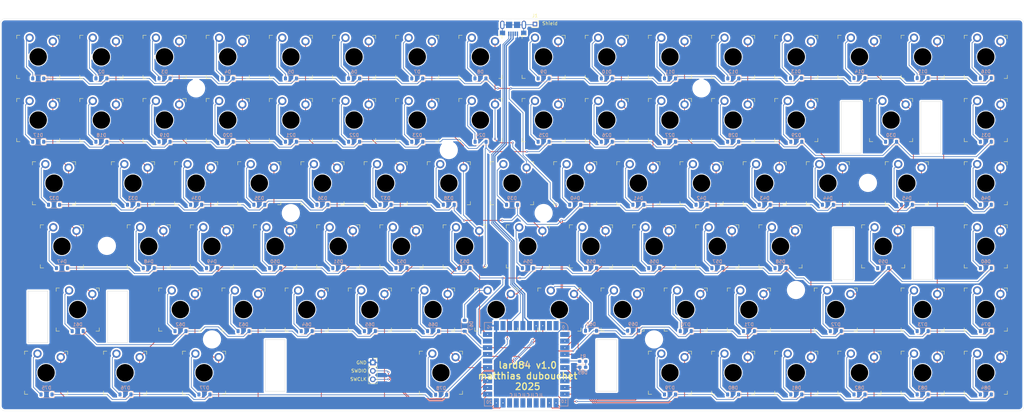
<source format=kicad_pcb>
(kicad_pcb (version 20240108) (generator "pcbnew") (generator_version "8.0")
  (layers (0 "F.Cu" signal) (31 "B.Cu" signal) (34 "B.Paste" user) (35 "F.Paste" user) (36 "B.SilkS" user "B.Silkscreen") (37 "F.SilkS" user "F.Silkscreen") (38 "B.Mask" user) (39 "F.Mask" user) (44 "Edge.Cuts" user))
  (net 0 "")
  (net 1 "/Key matrix/row1")
  (net 2 "/Key matrix/row2")
  (net 3 "/Key matrix/row3")
  (net 4 "/Key matrix/row4")
  (net 5 "/Key matrix/row5")
  (net 6 "/Key matrix/row6")
  (net 7 "/Key matrix/col1")
  (net 8 "/Key matrix/col2")
  (net 9 "/Key matrix/col3")
  (net 10 "/Key matrix/col4")
  (net 11 "/Key matrix/col5")
  (net 12 "/Key matrix/col6")
  (net 13 "/Key matrix/col7")
  (net 14 "/Key matrix/col8")
  (net 15 "/Key matrix/col9")
  (net 16 "/Key matrix/col10")
  (net 17 "/Key matrix/col11")
  (net 18 "/Key matrix/col12")
  (net 19 "/Key matrix/col13")
  (net 20 "/Key matrix/col14")
  (net 21 "/Key matrix/col15")
  (net 22 "/Key matrix/col16")
  (net 23 "Net-(D1-A)")
  (net 24 "Net-(D2-A)")
  (net 26 "Net-(D3-A)")
  (net 27 "Net-(D4-A)")
  (net 31 "Net-(D5-A)")
  (net 32 "Net-(D6-A)")
  (net 33 "Net-(D7-A)")
  (net 34 "Net-(D8-A)")
  (net 35 "Net-(D9-A)")
  (net 36 "Net-(D10-A)")
  (net 37 "Net-(D11-A)")
  (net 38 "Net-(D12-A)")
  (net 39 "Net-(D13-A)")
  (net 40 "Net-(D14-A)")
  (net 41 "Net-(D15-A)")
  (net 42 "Net-(D16-A)")
  (net 43 "Net-(D17-A)")
  (net 44 "Net-(D18-A)")
  (net 45 "Net-(D19-A)")
  (net 46 "Net-(D20-A)")
  (net 47 "Net-(D21-A)")
  (net 48 "Net-(D22-A)")
  (net 49 "Net-(D23-A)")
  (net 50 "Net-(D24-A)")
  (net 51 "Net-(D25-A)")
  (net 52 "Net-(D26-A)")
  (net 53 "Net-(D27-A)")
  (net 54 "Net-(D28-A)")
  (net 55 "Net-(D29-A)")
  (net 56 "Net-(D30-A)")
  (net 57 "Net-(D31-A)")
  (net 58 "Net-(D32-A)")
  (net 59 "Net-(D33-A)")
  (net 60 "Net-(D34-A)")
  (net 61 "Net-(D35-A)")
  (net 62 "Net-(D36-A)")
  (net 63 "Net-(D37-A)")
  (net 64 "Net-(D38-A)")
  (net 65 "Net-(D39-A)")
  (net 66 "Net-(D40-A)")
  (net 67 "Net-(D41-A)")
  (net 68 "Net-(D42-A)")
  (net 69 "Net-(D43-A)")
  (net 70 "Net-(D44-A)")
  (net 71 "Net-(D45-A)")
  (net 72 "Net-(D46-A)")
  (net 73 "Net-(D47-A)")
  (net 74 "Net-(D48-A)")
  (net 75 "Net-(D49-A)")
  (net 76 "Net-(D50-A)")
  (net 77 "Net-(D51-A)")
  (net 78 "Net-(D52-A)")
  (net 79 "Net-(D53-A)")
  (net 80 "Net-(D54-A)")
  (net 81 "Net-(D55-A)")
  (net 82 "Net-(D56-A)")
  (net 83 "Net-(D57-A)")
  (net 84 "Net-(D58-A)")
  (net 85 "Net-(D59-A)")
  (net 86 "Net-(D60-A)")
  (net 87 "Net-(D61-A)")
  (net 88 "Net-(D62-A)")
  (net 89 "Net-(D63-A)")
  (net 90 "Net-(D64-A)")
  (net 91 "Net-(D65-A)")
  (net 92 "Net-(D66-A)")
  (net 93 "Net-(D67-A)")
  (net 94 "Net-(D68-A)")
  (net 95 "Net-(D69-A)")
  (net 96 "Net-(D70-A)")
  (net 97 "Net-(D71-A)")
  (net 98 "Net-(D72-A)")
  (net 99 "Net-(D73-A)")
  (net 100 "Net-(D74-A)")
  (net 101 "Net-(D75-A)")
  (net 102 "Net-(D76-A)")
  (net 103 "Net-(D77-A)")
  (net 104 "Net-(D78-A)")
  (net 105 "Net-(D79-A)")
  (net 106 "Net-(D80-A)")
  (net 107 "Net-(D81-A)")
  (net 108 "Net-(D82-A)")
  (net 109 "Net-(D83-A)")
  (net 110 "Net-(D84-A)")
  (net 111 "Net-(J1-Pin_1)")
  (net 112 "/D+")
  (net 113 "/D-")
  (net 114 "Net-(J3-VBUS)")
  (net 123 "/SWCLK")
  (net 124 "/SWDIO")
  (net 125 "Net-(D85-A)")
  (net 126 "Net-(U1-GPIO4)")
  (net 127 "GND")
  (footprint "switches:SW_Gateron_LowProfile_THT" (layer "F.Cu") (at 204.7875 95.25 180)
    (property "Reference" "SW55" (hide yes))
    (property "Value" "K" (hide yes))
  )
  (footprint "switches:SW_Gateron_LowProfile_THT" (layer "F.Cu") (at 200.025 76.2 180)
    (property "Reference" "SW40" (hide yes))
    (property "Value" "I" (hide yes))
  )
  (footprint "Connector_PinSocket_2.54mm:PinSocket_1x03_P2.54mm_Vertical" (layer "F.Cu") (at 139 130.25)
    (property "Reference" "J2" (hide yes))
    (property "Value" "Debug")
  )
  (footprint "switches:SW_Gateron_LowProfile_THT" (layer "F.Cu") (at 171.45 38.1 180)
    (property "Reference" "SW8" (hide yes))
    (property "Value" "F7" (hide yes))
  )
  (footprint "switches:SW_Gateron_LowProfile_THT" (layer "F.Cu") (at 100.0125 114.3 180)
    (property "Reference" "SW63" (hide yes))
    (property "Value" "X" (hide yes))
  )
  (footprint "switches:SW_Gateron_LowProfile_THT" (layer "F.Cu") (at 247.65 133.35 180)
    (property "Reference" "SW80" (hide yes))
    (property "Value" "Fn" (hide yes))
  )
  (footprint "MountingHole:Stand hole 5mm" (layer "F.Cu") (at 288.3 76.1)
    (property "Reference" "H6" (hide yes))
    (property "Value" "MountingHole")
  )
  (footprint "switches:SW_Gateron_LowProfile_THT" (layer "F.Cu") (at 71.4375 95.25 180)
    (property "Reference" "SW48" (hide yes))
    (property "Value" "A" (hide yes))
  )
  (footprint "switches:SW_Gateron_LowProfile_THT" (layer "F.Cu") (at 142.875 76.2 180)
    (property "Reference" "SW37" (hide yes))
    (property "Value" "T" (hide yes))
  )
  (footprint "switches:SW_Gateron_LowProfile_THT" (layer "F.Cu") (at 300.0375 76.2 180)
    (property "Reference" "SW45" (hide yes))
    (property "Value" "\\" (hide yes))
  )
  (footprint "switches:SW_Gateron_LowProfile_THT" (layer "F.Cu") (at 323.85 57.15 180)
    (property "Reference" "SW31" (hide yes))
    (property "Value" "Home" (hide yes))
  )
  (footprint "switches:SW_Gateron_LowProfile_THT" (layer "F.Cu") (at 64.29375 133.35 180)
    (property "Reference" "SW76" (hide yes))
    (property "Value" "Win" (hide yes))
  )
  (footprint "switches:SW_Gateron_LowProfile_THT" (layer "F.Cu") (at 147.6375 95.25 180)
    (property "Reference" "SW52" (hide yes))
    (property "Value" "G" (hide yes))
  )
  (footprint "switches:SW_Gateron_LowProfile_THT" (layer "F.Cu") (at 209.55 38.1 180)
    (property "Reference" "SW10" (hide yes))
    (property "Value" "F9" (hide yes))
  )
  (footprint "switches:SW_Gateron_LowProfile_THT" (layer "F.Cu") (at 85.725 76.2 180)
    (property "Reference" "SW34" (hide yes))
    (property "Value" "W" (hide yes))
  )
  (footprint "switches:SW_Gateron_LowProfile_THT" (layer "F.Cu") (at 223.8375 95.25 180)
    (property "Reference" "SW56" (hide yes))
    (property "Value" "L" (hide yes))
  )
  (footprint "switches:SW_Gateron_LowProfile_THT" (layer "F.Cu") (at 266.7 38.1 180)
    (property "Reference" "SW13" (hide yes))
    (property "Value" "F12" (hide yes))
  )
  (footprint "switches:SW_Gateron_LowProfile_THT" (layer "F.Cu") (at 128.5875 95.25 180)
    (property "Reference" "SW51" (hide yes))
    (property "Value" "F" (hide yes))
  )
  (footprint "MountingHole:Stand hole 5mm" (layer "F.Cu") (at 114.278276 85.207188)
    (property "Reference" "H5" (hide yes))
    (property "Value" "MountingHole")
  )
  (footprint "switches:SW_Gateron_LowProfile_THT" (layer "F.Cu") (at 285.75 133.35 180)
    (property "Reference" "SW82" (hide yes))
    (property "Value" "Left" (hide yes))
  )
  (footprint "switches:Gateron low-profile 6.25U stabilizer" (layer "F.Cu") (at 159.54375 133.35 180)
    (property "Reference" "H13" (hide yes))
    (property "Value" "Space Stab Hole")
    (fp_rect (start 47 -5.6) (end 53 10) (stroke (width 0.1)) (fill none) (layer "Edge.Cuts"))
    (fp_rect (start -53 -5.6) (end -47 10) (stroke (width 0.1)) (fill none) (layer "Edge.Cuts"))
  )
  (footprint "switches:SW_Gateron_LowProfile_THT" (layer "F.Cu") (at 247.65 38.1 180)
    (property "Reference" "SW12" (hide yes))
    (property "Value" "F11" (hide yes))
  )
  (footprint "switches:SW_Gateron_LowProfile_THT" (layer "F.Cu") (at 109.5375 95.25 180)
    (property "Reference" "SW50" (hide yes))
    (property "Value" "D" (hide yes))
  )
  (footprint "switches:SW_Gateron_LowProfile_THT" (layer "F.Cu") (at 95.25 57.15 180)
    (property "Reference" "SW20" (hide yes))
    (property "Value" "3" (hide yes))
  )
  (footprint "switches:SW_Gateron_LowProfile_THT" (layer "F.Cu") (at 278.60625 114.3 180)
    (property "Reference" "SW72" (hide yes))
    (property "Value" "RShift" (hide yes))
  )
  (footprint "switches:SW_Gateron_LowProfile_THT" (layer "F.Cu") (at 266.7 57.15 180)
    (property "Reference" "SW29" (hide yes))
    (property "Value" "=" (hide yes))
  )
  (footprint "switches:SW_Gateron_LowProfile_THT" (layer "F.Cu") (at 161.925 76.2 180)
    (property "Reference" "SW38" (hide yes))
    (property "Value" "Y" (hide yes))
  )
  (footprint "switches:SW_Gateron_LowProfile_THT" (layer "F.Cu") (at 228.6 57.15 180)
    (property "Reference" "SW27" (hide yes))
    (property "Value" "0" (hide yes))
  )
  (footprint "switches:SW_Gateron_LowProfile_THT" (layer "F.Cu") (at 38.1 57.15 180)
    (property "Reference" "SW17" (hide yes))
    (property "Value" "`" (hide yes))
  )
  (footprint "switches:SW_Gateron_LowProfile_THT" (layer "F.Cu") (at 209.55 57.15 180)
    (property "Reference" "SW26" (hide yes))
    (property "Value" "9" (hide yes))
  )
  (footprint "switches:SW_Gateron_LowProfile_THT" (layer "F.Cu") (at 80.9625 114.3 180)
    (property "Reference" "SW62" (hide yes))
    (property "Value" "Z" (hide yes))
  )
  (footprint "switches:SW_Gateron_LowProfile_THT" (layer "F.Cu") (at 176.2125 114.3 180)
    (property "Reference" "SW67" (hide yes))
    (property "Value" "N" (hide yes))
  )
  (footprint "switches:SW_Gateron_LowProfile_THT" (layer "F.Cu") (at 88.10625 133.35 180)
    (property "Reference" "SW77" (hide yes))
    (property "Value" "LAlt" (hide yes))
  )
  (footprint "switches:SW_Gateron_LowProfile_THT" (layer "F.Cu") (at 190.5 38.1 180)
    (property "Reference" "SW9" (hide yes))
    (property "Value" "F8" (hide yes))
  )
  (footprint "switches:SW_Gateron_LowProfile_THT" (layer "F.Cu") (at 195.2625 114.3 180)
    (property "Reference" "SW68" (hide yes))
    (property "Value" "M" (hide yes))
  )
  (footprint "switches:SW_Gateron_LowProfile_THT" (layer "F.Cu") (at 57.15 38.1 180)
    (property "Reference" "SW2" (hide yes))
    (property "Value" "F1" (hide yes))
  )
  (footprint "switches:SW_Gateron_LowProfile_THT" (layer "F.Cu") (at 119.0625 114.3 180)
    (property "Reference" "SW64" (hide yes))
    (property "Value" "C" (hide yes))
  )
  (footprint "switches:SW_Gateron_LowProfile_THT" (layer "F.Cu") (at 295.275 57.15 180)
    (property "Reference" "SW30" (hide yes))
    (property "Value" "Backspace" (hide yes))
  )
  (footprint "MountingHole:Stand hole 5mm" (layer "F.Cu") (at 238.1 47.6)
    (property "Reference" "H3" (hide yes))
    (property "Value" "MountingHole")
  )
  (footprint "switches:SW_Gateron_LowProfile_THT" (layer "F.Cu") (at 323.85 133.35 180)
    (property "Reference" "SW84" (hide yes))
    (property "Value" "Right" (hide yes))
  )
  (footprint "switches:Gateron low-profile 2U stabilizer" (layer "F.Cu") (at 292.89375 95.25)
    (property "Reference" "H17" (hide yes))
    (property "Value" "Enter Stab Hole")
    (fp_rect (start -15 -5.6) (end -9 10) (stroke (width 0.1)) (fill none) (layer "Edge.Cuts"))
    (fp_rect (start 9 -5.6) (end 15 10) (stroke (width 0.1)) (fill none) (layer "Edge.Cuts"))
  )
  (footprint "switches:SW_Gateron_LowProfile_THT" (layer "F.Cu") (at 42.8625 76.2 180)
    (property "Reference" "SW32" (hide yes))
    (property "Value" "Tab" (hide yes))
  )
  (footprint "switches:SW_Gateron_LowProfile_THT" (layer "F.Cu") (at 166.6875 95.25 180)
    (property "Reference" "SW53" (hide yes))
    (property "Value" "H" (hide yes))
  )
  (footprint "MountingHole:Stand hole 5mm" (layer "F.Cu") (at 161.9 66.2)
    (property "Reference" "H2" (hide yes))
    (property "Value" "MountingHole")
  )
  (footprint "switches:SW_Gateron_LowProfile_THT" (layer "F.Cu") (at 247.65 57.15 180)
    (property "Reference" "SW28" (hide yes))
    (property "Value" "-" (hide yes))
  )
  (footprint "switches:SW_Gateron_LowProfile_THT" (layer "F.Cu") (at 257.175 76.2 180)
    (property "Reference" "SW43" (hide yes))
    (property "Value" "[" (hide yes))
  )
  (footprint "switches:SW_Gateron_LowProfile_THT" (layer "F.Cu") (at 323.85 38.1 180)
    (property "Reference" "SW16" (hide yes))
    (property "Value" "Delete" (hide yes))
  )
  (footprint "switches:SW_Gateron_LowProfile_THT" (layer "F.Cu") (at 214.3125 114.3 180)
    (property "Reference" "SW69" (hide yes))
    (property "Value" "," (hide yes))
  )
  (footprint "switches:SW_Gateron_LowProfile_THT" (layer "F.Cu") (at 304.8 114.3 180)
    (property "Reference" "SW73" (hide yes))
    (property "Value" "Up" (hide yes))
  )
  (footprint "switches:SW_Gateron_LowProfile_THT" (layer "F.Cu") (at 157.1625 114.3 180)
    (property "Reference" "SW66" (hide yes))
    (property "Value" "B" (hide yes))
  )
  (footprint "switches:SW_Gateron_LowProfile_THT" (layer "F.Cu") (at 114.3 57.15 180)
    (property "Reference" "SW21" (hide yes))
    (property "Value" "4" (hide yes))
  )
  (footprint "switches:SW_Gateron_LowProfile_THT" (layer "F.Cu") (at 50.00625 114.3 180)
    (property "Reference" "SW61" (hide yes))
    (property "Value" "LShift" (hide yes))
  )
  (footprint "switches:SW_Gateron_LowProfile_THT" (layer "F.Cu") (at 238.125 76.2 180)
    (property "Reference" "SW42" (hide yes))
    (property "Value" "P" (hide yes))
  )
  (footprint "Connector_PinSocket_2.00mm:PinSocket_1x01_P2.00mm_Vertical" (layer "F.Cu") (at 187.9 28.2)
    (property "Reference" "J1")
    (property "Value" "Shield")
  )
  (footprint "switches:SW_Gateron_LowProfile_THT" (layer "F.Cu") (at 233.3625 114.3 180)
    (property "Reference" "SW70" (hide yes))
    (property "Value" "." (hide yes))
  )
  (footprint "switches:SW_Gateron_LowProfile_THT" (layer "F.Cu") (at 261.9375 95.25 180)
    (property "Reference" "SW58" (hide yes))
    (property "Value" "'" (hide yes))
  )
  (footprint "switches:SW_Gateron_LowProfile_THT" (layer "F.Cu") (at 252.4125 114.3 180)
    (property "Reference" "SW71" (hide yes))
    (property "Value" "/" (hide yes))
  )
  (footprint "switches:SW_Gateron_LowProfile_THT" (layer "F.Cu") (at 276.225 76.2 180)
    (property "Reference" "SW44" (hide yes))
    (property "Value" "]" (hide yes))
  )
  (footprint "switches:SW_Gateron_LowProfile_THT" (layer "F.Cu") (at 304.8 133.35 180)
    (property "Reference" "SW83" (hide yes))
    (property "Value" "Down" (hide yes))
  )
  (footprint "switches:SW_Gateron_LowProfile_THT" (layer "F.Cu") (at 323.85 76.2 180)
    (property "Reference" "SW46" (hide yes))
    (property "Value" "Page Up" (hide yes))
  )
  (footprint "switches:SW_Gateron_LowProfile_THT" (layer "F.Cu") (at 185.7375 95.25 180)
    (property "Reference" "SW54" (hide yes))
    (property "Value" "J" (hide yes))
  )
  (footprint "switches:SW_Gateron_LowProfile_THT" (layer "F.Cu") (at 190.5 57.15 180)
    (property "Reference" "SW25" (hide yes))
    (property "Value" "8" (hide yes))
  )
  (footprint "switches:SW_Gateron_LowProfile_THT" (layer "F.Cu") (at 292.89375 95.25 180)
    (property "Reference" "SW59" (hide yes))
    (property "Value" "Enter" (hide yes))
  )
  (footprint "switches:Gateron low-profile 2U stabilizer" (layer "F.Cu") (at 50.006 114.3)
    (property "Reference" "H11" (hide yes))
    (property "Value" "LShift Stab Hole")
    (fp_rect (start -15 -5.6) (end -9 10) (stroke (width 0.1)) (fill none) (layer "Edge.Cuts"))
    (fp_rect (start 9 -5.6) (end 15 10) (stroke (width 0.1)) (fill none) (layer "Edge.Cuts"))
  )
  (footprint "switches:SW_Gateron_LowProfile_THT" (layer "F.Cu") (at 133.35 38.1 180)
    (property "Reference" "SW6" (hide yes))
    (property "Value" "F5" (hide yes))
  )
  (footprint "switches:SW_Gateron_LowProfile_THT" (layer "F.Cu") (at 76.2 57.15 180)
    (property "Reference" "SW19" (hide yes))
    (property "Value" "2" (hide yes))
  )
  (footprint "MountingHole:Stand hole 5mm" (layer "F.Cu") (at 85.7 47.6)
    (property "Reference" "H1" (hide yes))
    (property "Value" "MountingHole")
  )
  (footprint "switches:SW_Gateron_LowProfile_THT" (layer "F.Cu") (at 66.675 76.2 180)
    (property "Reference" "SW33" (hide yes))
    (property "Value" "Q" (hide yes))
  )
  (footprint "switches:SW_Gateron_LowProfile_THT" (layer "F.Cu") (at 219.075 76.2 180)
    (property "Reference" "SW41" (hide yes))
    (property "Value" "O" (hide yes))
  )
  (footprint "switches:SW_Gateron_LowProfile_THT" (layer "F.Cu") (at 133.35 57.15 180)
    (property "Reference" "SW22" (hide yes))
    (property "Value" "5" (hide yes))
  )
  (footprint "switches:SW_Gateron_LowProfile_THT" (layer "F.Cu") (at 304.8 38.1 180)
    (property "Reference" "SW15" (hide yes))
    (property "Value" "Insert" (hide yes))
  )
  (footprint "switches:SW_Gateron_LowProfile_THT" (layer "F.Cu") (at 138.1125 114.3 180)
    (property "Reference" "SW65" (hide yes))
    (property "Value" "V" (hide yes))
  )
  (footprint "switches:SW_Gateron_LowProfile_THT" (layer "F.Cu") (at 152.4 57.15 180)
    (property "Reference" "SW23" (hide yes))
    (property "Value" "6" (hide yes))
  )
  (footprint "switches:SW_Gateron_LowProfile_THT" (layer "F.Cu") (at 76.2 38.1 180)
    (property "Reference" "SW3" (hide yes))
    (property "Value" "F2" (hide yes))
  )
  (footprint "switches:SW_Gateron_LowProfile_THT" (layer "F.Cu") (at 266.7 133.35 180)
    (property "Reference" "SW81" (hide yes))
    (property "Value" "RCtrl" (hide yes))
  )
  (footprint "switches:SW_Gateron_LowProfile_THT" (layer "F.Cu") (at 152.4 38.1 180)
    (property "Reference" "SW7" (hide yes))
    (property "Value" "F6" (hide yes))
  )
  (footprint "MountingHole:Stand hole 5mm" (layer "F.Cu") (at 90.5 123.3)
    (property "Reference" "H9" (hide yes))
    (property "Value" "MountingHole" (hide yes))
  )
  (footprint "switches:SW_Gateron_LowProfile_THT" (layer "F.Cu") (at 171.45 57.15 180)
    (property "Reference" "SW24" (hide yes))
    (property "Value" "7" (hide yes))
  )
  (footprint "switches:SW_Gateron_LowProfile_THT" (layer "F.Cu") (at 323.85 95.25 180)
    (property "Reference" "SW60" (hide yes))
    (property "Value" "Page Down" (hide yes))
  )
  (footprint "MountingHole:Stand hole 5mm" (layer "F.Cu") (at 190.5 85.2)
    (property "Reference" "H8" (hide yes))
    (property "Value" "MountingHole")
  )
  (footprint "MountingHole:Stand hole 5mm" (layer "F.Cu") (at 266.6 108.4)
    (property "Reference" "H4" (hide yes))
    (property "Value" "MountingHole")
  )
  (footprint "switches:SW_Gateron_LowProfile_THT" (layer "F.Cu") (at 180.975 76.2 180)
    (property "Reference" "SW39" (hide yes))
    (property "Value" "U" (hide yes))
  )
  (footprint "switches:SW_Gateron_LowProfile_THT" (layer "F.Cu") (at 45.24375 95.25 180)
    (property "Reference" "SW47" (hide yes))
    (property "Value" "Caps Lock" (hide yes))
  )
  (footprint "switches:SW_Gateron_LowProfile_THT" (layer "F.Cu") (at 38.1 38.1 180)
    (property "Reference" "SW1" (hide yes))
    (property "Value" "Esc" (hide yes))
  )
  (footprint "switches:SW_Gateron_LowProfile_THT" (layer "F.Cu") (at 228.6 133.35 180)
    (property "Reference" "SW79" (hide yes))
    (property "Value" "RAlt" (hide yes))
  )
  (footprint "switches:Gateron low-profile 2U stabilizer" (layer "F.Cu") (at 295.275 57.15)
    (property "Reference" "H15" (hide yes))
    (property "Value" "Backspace Stab Hole")
    (fp_rect (start -15 -5.6) (end -9 10) (stroke (width 0.1)) (fill none) (layer "Edge.Cuts"))
    (fp_rect (start 9 -5.6) (end 15 10) (stroke (width 0.1)) (fill none) (layer "Edge.Cuts"))
  )
  (footprint "switches:SW_Gateron_LowProfile_THT" (layer "F.Cu") (at 40.48125 133.35 180)
    (property "Reference" "SW75" (hide yes))
    (property "Value" "LCtrl" (hide yes))
  )
  (footprint "switches:SW_Gateron_LowProfile_THT" (layer "F.Cu") (at 114.3 38.1 180)
    (property "Reference" "SW5" (hide yes))
    (property "Value" "F4" (hide yes))
  )
  (footprint "switches:SW_Gateron_LowProfile_THT" (layer "F.Cu") (at 95.25 38.1 180)
    (property "Reference" "SW4" (hide yes))
    (property "Value" "F3" (hide yes))
  )
  (footprint "switches:SW_Gateron_LowProfile_THT" (layer "F.Cu") (at 90.4875 95.25 180)
    (property "Reference" "SW49" (hide yes))
    (property "Value" "S" (hide yes))
  )
  (footprint "MountingHole:Stand hole 5mm" (layer "F.Cu") (at 58.8 95.1)
    (property "Reference" "H10" (hide yes))
    (property "Value" "MountingHole")
  )
  (footprint "switches:SW_Gateron_LowProfile_THT" (layer "F.Cu") (at 104.775 76.2 180)
    (property "Reference" "SW35" (hide yes))
    (property "Value" "E" (hide yes))
  )
  (footprint "switches:SW_Gateron_LowProfile_THT" (layer "F.Cu") (at 57.15 57.15 180)
    (property "Reference" "SW18" (hide yes))
    (property "Value" "1" (hide yes))
  )
  (footprint "switches:SW_Gateron_LowProfile_THT" (layer "F.Cu") (at 159.54375 133.35 180)
    (property "Reference" "SW78" (hide yes))
    (property "Value" "Space" (hide yes))
  )
  (footprint "switches:SW_Gateron_LowProfile_THT" (layer "F.Cu") (at 323.85 114.3 180)
    (property "Reference" "SW74" (hide yes))
    (property "Value" "End" (hide yes))
  )
  (footprint "switches:SW_Gateron_LowProfile_THT" (layer "F.Cu") (at 228.6 38.1 180)
    (property "Reference" "SW11" (hide yes))
    (property "Value" "F10" (hide yes))
  )
  (footprint "MountingHole:Stand hole 5mm" (layer "F.Cu") (at 223.8 123.3)
    (property "Reference" "H7" (hide yes))
    (property "Value" "MountingHole")
  )
  (footprint "switches:SW_Gateron_LowProfile_THT" (layer "F.Cu") (at 123.825 76.2 180)
    (property "Reference" "SW36" (hide yes))
    (property "Value" "R" (hide yes))
  )
  (footprint "switches:SW_Gateron_LowProfile_THT" (layer "F.Cu") (at 242.8875 95.25 180)
    (property "Reference" "SW57" (hide yes))
    (property "Value" ";" (hide yes))
  )
  (footprint "switches:SW_Gateron_LowProfile_THT" (layer "F.Cu") (at 285.75 38.1 180)
    (property "Reference" "SW14" (hide yes))
    (property "Value" "Print Screen" (hide yes))
  )
  (footprint "Diode_SMD:D_SOD-123" (layer "B.Cu") (at 152.4 63.7 180)
    (property "Reference" "D23")
    (property "Value" "D")
  )
  (footprint "Diode_SMD:D_SOD-123" (layer "B.Cu") (at 104.775 82.7 180)
    (property "Reference" "D35")
    (property "Value" "D")
  )
  (footprint "Diode_SMD:D_SOD-123" (layer "B.Cu") (at 38.1 63.7 180)
    (property "Reference" "D17")
    (property "Value" "D")
  )
  (footprint "Diode_SMD:D_SOD-123" (layer "B.Cu") (at 81 120.8 180)
    (property "Reference" "D62")
    (property "Value" "D")
  )
  (footprint "Diode_SMD:D_SOD-123" (layer "B.Cu") (at 161.9 82.7 180)
    (property "Reference" "D38")
    (property "Value" "D")
  )
  (footprint "Diode_SMD:D_SOD-123" (layer "B.Cu") (at 266.7 139.9 180)
    (property "Reference" "D81")
    (property "Value" "D")
  )
  (footprint "Diode_SMD:D_SOD-123" (layer "B.Cu") (at 171.5 63.7 180)
    (property "Reference" "D24")
    (property "Value" "D")
  )
  (footprint "Diode_SMD:D_SOD-123" (layer "B.Cu") (at 142.85 82.7 180)
    (property "Reference" "D37")
    (property "Value" "D")
  )
  (footprint "Diode_SMD:D_SOD-123" (layer "B.Cu") (at 40.6 139.9 180)
    (property "Reference" "D75")
    (property "Value" "D")
  )
  (footprint "Diode_SMD:D_SOD-123" (layer "B.Cu") (at 166.6875 101.8 180)
    (property "Reference" "D53")
    (property "Value" "D")
  )
  (footprint "Diode_SMD:D_SOD-123" (layer "B.Cu") (at 304.8 44.5 180)
    (property "Reference" "D15")
    (property "Value" "D")
  )
  (footprint "Diode_SMD:D_SOD-123" (layer "B.Cu") (at 95.25 44.6 180)
    (property "Reference" "D4")
    (property "Value" "D")
  )
  (footprint "Diode_SMD:D_SOD-123" (layer "B.Cu") (at 95.25 63.7 180)
    (property "Reference" "D20")
    (property "Value" "D")
  )
  (footprint "Diode_SMD:D_SOD-123" (layer "B.Cu") (at 242.9 101.8 180)
    (property "Reference" "D57")
    (property "Value" "D")
  )
  (footprint "Diode_SMD:D_SOD-123" (layer "B.Cu") (at 285.75 139.9 180)
    (property "Reference" "D82")
    (property "Value" "D")
  )
  (footprint "Diode_SMD:D_SOD-123" (layer "B.Cu") (at 261.95 101.8 180)
    (property "Reference" "D58")
    (property "Value" "D")
  )
  (footprint "Diode_SMD:D_SOD-123" (layer "B.Cu") (at 171.45 44.6 180)
    (property "Reference" "D8")
    (property "Value" "D")
  )
  (footprint "Diode_SMD:D_SOD-123" (layer "B.Cu") (at 190.5 44.6 180)
    (property "Reference" "D9")
    (property "Value" "D")
  )
  (footprint "Diode_SMD:D_SOD-123" (layer "B.Cu") (at 119.0625 120.8 180)
    (property "Reference" "D64")
    (property "Value" "D")
  )
  (footprint "Diode_SMD:D_SOD-123" (layer "B.Cu") (at 190.5 63.7 180)
    (property "Reference" "D25")
    (property "Value" "D")
  )
  (footprint "Diode_SMD:D_SOD-123" (layer "B.Cu") (at 66.675 82.7 180)
    (property "Reference" "D33")
    (property "Value" "D")
  )
  (footprint "Diode_SMD:D_SOD-123" (layer "B.Cu") (at 266.7 63.7 180)
    (property "Reference" "D29")
    (property "Value" "D")
  )
  (footprint "Diode_SMD:D_SOD-123" (layer "B.Cu") (at 133.35 63.7 180)
    (property "Reference" "D22")
    (property "Value" "D")
  )
  (footprint "Diode_SMD:D_SOD-123" (layer "B.Cu") (at 50 120.8 180)
    (property "Reference" "D61")
    (property "Value" "D")
  )
  (footprint "Diode_SMD:D_SOD-123" (layer "B.Cu") (at 238.125 82.7 180)
    (property "Reference" "D42")
    (property "Value" "D")
  )
  (footprint "Diode_SMD:D_SOD-123" (layer "B.Cu") (at 295.275 63.7 180)
    (property "Reference" "D30")
    (property "Value" "D")
  )
  (footprint "Diode_SMD:D_SOD-123" (layer "B.Cu") (at 323.85 120.8 180)
    (property "Reference" "D74")
    (property "Value" "D")
  )
  (footprint "Diode_SMD:D_SOD-123" (layer "B.Cu") (at 133.35 44.6 180)
    (property "Reference" "D6")
    (property "Value" "D")
  )
  (footprint "Diode_SMD:D_SOD-123" (layer "B.Cu") (at 219.075 82.7 180)
    (property "Reference" "D41")
    (property "Value" "D")
  )
  (footprint "Diode_SMD:D_SOD-123" (layer "B.Cu") (at 200.025 82.7 180)
    (property "Reference" "D40")
    (property "Value" "D")
  )
  (footprint "Diode_SMD:D_SOD-123" (layer "B.Cu") (at 204.8 120.7 180)
    (property "Reference" "D68")
    (property "Value" "D")
  )
  (footprint "Diode_SMD:D_SOD-123" (layer "B.Cu") (at 109.5375 101.8 180)
    (property "Reference" "D50")
    (property "Value" "D")
  )
  (footprint "Diode_SMD:D_SOD-123" (layer "B.Cu") (at 247.7 44.6 180)
    (property "Reference" "D12")
    (property "Value" "D")
  )
  (footprint "Diode_SMD:D_SOD-123" (layer "B.Cu") (at 323.85 63.7 180)
    (property "Reference" "D31")
    (property "Value" "D")
  )
  (footprint "Diode_SMD:D_SOD-123" (layer "B.Cu") (at 257.175 82.7 180)
    (property "Reference" "D43")
    (property "Value" "D")
  )
  (footprint "Diode_SMD:D_SOD-123" (layer "B.Cu") (at 128.5875 101.8 180)
    (property "Reference" "D51")
    (property "Value" "D")
  )
  (footprint "Diode_SMD:D_SOD-123" (layer "B.Cu") (at 57.15 44.6 180)
    (property "Reference" "D2")
    (property "Value" "D")
  )
  (footprint "Diode_SMD:D_SOD-123" (layer "B.Cu") (at 90.4875 101.8 180)
    (property "Reference" "D49")
    (property "Value" "D")
  )
  (footprint "Diode_SMD:D_SOD-123" (layer "B.Cu") (at 252.4125 120.8 180)
    (property "Reference" "D71")
    (property "Value" "D")
  )
  (footprint "Diode_SMD:D_SOD-123" (layer "B.Cu") (at 88.225 139.9 180)
    (property "Reference" "D77")
    (property "Value" "D")
  )
  (footprint "Diode_SMD:D_SOD-123" (layer "B.Cu") (at 57.15 63.7 180)
    (property "Reference" "D18")
    (property "Value" "D")
  )
  (footprint "Diode_SMD:D_SOD-123" (layer "B.Cu") (at 76.2 44.6 180)
    (property "Reference" "D3")
    (property "Value" "D")
  )
  (footprint "Diode_SMD:D_SOD-123" (layer "B.Cu") (at 159.6 140 180)
    (property "Reference" "D78")
    (property "Value" "D")
  )
  (footprint "Diode_SMD:D_SOD-123" (layer "B.Cu") (at 76.2 63.7 180)
    (property "Reference" "D19")
    (property "Value" "D")
  )
  (footprint "Diode_SMD:D_SOD-123" (layer "B.Cu") (at 100.0125 120.8 180)
    (property "Reference" "D63")
    (property "Value" "D")
  )
  (footprint "Diode_SMD:D_SOD-123" (layer "B.Cu") (at 209.55 63.7 180)
    (property "Reference" "D26")
    (property "Value" "D")
  )
  (footprint "Diode_SMD:D_SOD-123" (layer "B.Cu") (at 228.6 44.6 180)
    (property "Reference" "D11")
    (property "Value" "D")
  )
  (footprint "Diode_SMD:D_SOD-123" (layer "B.Cu") (at 185.75 101.8 180)
    (property "Reference" "D54")
    (property "Value" "D")
  )
  (footprint "Diode_SMD:D_SOD-123" (layer "B.Cu") (at 217.5 120.675 180)
    (property "Reference" "D69")
    (property "Value" "D")
  )
  (footprint "Diode_SMD:D_SOD-123" (layer "B.Cu") (at 300.0375 82.7 180)
    (property "Reference" "D45")
    (property "Value" "D")
  )
  (footprint "Diode_SMD:D_SOD-123" (layer "B.Cu") (at 204.8 101.8 180)
    (property "Reference" "D55")
    (property "Value" "D")
  )
  (footprint "Diode_SMD:D_SOD-123" (layer "B.Cu") (at 45.24375 101.8 180)
    (property "Reference" "D47")
    (property "Value" "D")
  )
  (footprint "Diode_SMD:D_SOD-123" (layer "B.Cu") (at 42.8625 82.7 180)
    (property "Reference" "D32")
    (property "Value" "D")
  )
  (footprint "Diode_SMD:D_SOD-123" (layer "B.Cu") (at 114.3 44.6 180)
    (property "Reference" "D5")
    (property "Value" "D")
  )
  (footprint "Diode_SMD:D_SOD-123" (layer "B.Cu") (at 138.1125 120.8 180)
    (property "Reference" "D65")
    (property "Value" "D")
  )
  (footprint "KiCADv6:CONN5_2013499-1_TEC" (layer "B.Cu") (at 181.3 28.8)
    (property "Reference" "J3" (hide yes))
    (property "Value" "USB_B_Micro")
  )
  (footprint "Diode_SMD:D_SOD-123" (layer "B.Cu") (at 278.60625 120.8 180)
    (property "Reference" "D72")
    (property "Value" "D")
  )
  (footprint "Diode_SMD:D_SOD-123" (layer "B.Cu") (at 166.7 119.2 90)
    (property "Reference" "D67")
    (property "Value" "D")
  )
  (footprint "Diode_SMD:D_SOD-123" (layer "B.Cu") (at 123.8 82.7 180)
    (property "Reference" "D36")
    (property "Value" "D")
  )
  (footprint "Diode_SMD:D_SOD-123" (layer "B.Cu") (at 266.6 44.5 180)
    (property "Reference" "D13")
    (property "Value" "D")
  )
  (footprint "Diode_SMD:D_SOD-123" (layer "B.Cu") (at 71.4375 101.8 180)
    (property "Reference" "D48")
    (property "Value" "D")
  )
  (footprint "Diode_SMD:D_SOD-123" (layer "B.Cu") (at 247.65 63.7 180)
    (property "Reference" "D28")
    (property "Value" "D")
  )
  (footprint "Diode_SMD:D_SOD-123" (layer "B.Cu") (at 180.975 82.7 180)
    (property "Reference" "D39")
    (property "Value" "D")
  )
  (footprint "Diode_SMD:D_SOD-123" (layer "B.Cu") (at 276.225 82.7 180)
    (property "Reference" "D44")
    (property "Value" "D")
  )
  (footprint "Diode_SMD:D_SOD-123" (layer "B.Cu") (at 223.85 101.8 180)
    (property "Reference" "D56")
    (property "Value" "D")
  )
  (footprint "Diode_SMD:D_SOD-123" (layer "B.Cu") (at 323.85 44.5 180)
    (property "Reference" "D16")
    (property "Value" "D")
  )
  (footprint "Diode_SMD:D_SOD-123" (layer "B.Cu") (at 304.8 120.8 180)
    (property "Reference" "D73")
    (property "Value" "D")
  )
  (footprint "Diode_SMD:D_SOD-123" (layer "B.Cu") (at 152.4 44.6 180)
    (property "Reference" "D7")
    (property "Value" "D")
  )
  (footprint "Diode_SMD:D_SOD-123" (layer "B.Cu") (at 228.6 139.9 180)
    (property "Reference" "D79")
    (property "Value" "D")
  )
  (footprint "Diode_SMD:D_SOD-123" (layer "B.Cu") (at 209.55 44.6 180)
    (property "Reference" "D10")
    (property "Value" "D")
  )
  (footprint "Diode_SMD:D_SOD-123" (layer "B.Cu") (at 85.725 82.7 180)
    (property "Reference" "D34")
    (property "Value" "D")
  )
  (footprint "Diode_SMD:D_SOD-123" (layer "B.Cu") (at 292.9 101.8 180)
    (property "Reference" "D59")
    (property "Value" "D")
  )
  (footprint "Diode_SMD:D_SOD-123" (layer "B.Cu") (at 304.8 139.9 180)
    (property "Reference" "D83")
    (property "Value" "D")
  )
  (footprint "Diode_SMD:D_SOD-123" (layer "B.Cu") (at 247.65 139.9 180)
    (property "Reference" "D80")
    (property "Value" "D")
  )
  (footprint "Diode_SMD:D_SOD-123" (layer "B.Cu") (at 228.6 63.7 180)
    (property "Reference" "D27")
    (property "Value" "D")
  )
  (footprint "Diode_SMD:D_SOD-123" (layer "B.Cu") (at 157.1625 120.8 180)
    (property "Reference" "D66")
    (property "Value" "D")
  )
  (footprint "Diode_SMD:D_SOD-123" (layer "B.Cu") (at 38.1 44.6 180)
    (property "Reference" "D1")
    (property "Value" "D")
  )
  (footprint "LED_SMD:LED_0603_1608Metric_Pad1.05x0.95mm_HandSolder" (layer "B.Cu") (at 202.3 131.7)
    (property "Reference" "D85")
    (property "Value" "LED")
  )
  (footprint "Diode_SMD:D_SOD-123" (layer "B.Cu") (at 64.4125 139.9 180)
    (property "Reference" "D76")
    (property "Value" "D")
  )
  (footprint "Diode_SMD:D_SOD-123" (layer "B.Cu") (at 285.75 44.5 180)
    (property "Reference" "D14")
    (property "Value" "D")
  )
  (footprint "Diode_SMD:D_SOD-123" (layer "B.Cu") (at 233.3625 120.8 180)
    (property "Reference" "D70")
    (property "Value" "D")
  )
  (footprint "Diode_SMD:D_SOD-123" (layer "B.Cu") (at 323.85 139.9 180)
    (property "Reference" "D84")
    (property "Value" "D")
  )
  (footprint "Diode_SMD:D_SOD-123" (layer "B.Cu") (at 323.85 82.7 180)
    (property "Reference" "D46")
    (property "Value" "D")
  )
  (footprint "Diode_SMD:D_SOD-123" (layer "B.Cu") (at 323.8625 101.8 180)
    (property "Reference" "D60")
    (property "Value" "D")
  )
  (footprint "Diode_SMD:D_SOD-123" (layer "B.Cu") (at 147.6375 101.8 180)
    (property "Reference" "D52")
    (property "Value" "D")
  )
  (footprint "RP2xxx_Stamp:RP2xxx_Stamp_SMD" (layer "B.Cu") (at 185.25 130.8 180)
    (property "Reference" "U1")
    (property "Value" "RP2350_Stamp")
  )
  (footprint "Diode_SMD:D_SOD-123" (layer "B.Cu") (at 114.3 63.7 180)
    (property "Reference" "D21")
    (property "Value" "D")
  )
  (footprint "Resistor_SMD:R_0603_1608Metric_Pad0.98x0.95mm_HandSolder" (layer "B.Cu") (at 202.3 129.9)
    (property "Reference" "R1")
    (property "Value" "150")
  )
  (gr_arc (start 28.1 144.85) (mid 27.03934 144.41066) (end 26.6 143.35) (stroke (width 0.05)) (layer "Edge.Cuts"))
  (gr_line (start 333.85 26.6) (end 28.1 26.6) (stroke (width 0.05)) (layer "Edge.Cuts"))
  (gr_line (start 335.35 143.35) (end 335.35 28.1) (stroke (width 0.05)) (layer "Edge.Cuts"))
  (gr_line (start 28.1 144.85) (end 333.85 144.85) (stroke (width 0.05)) (layer "Edge.Cuts"))
  (gr_arc (start 335.35 143.35) (mid 334.91066 144.41066) (end 333.85 144.85) (stroke (width 0.05)) (layer "Edge.Cuts"))
  (gr_line (start 26.6 28.1) (end 26.6 143.35) (stroke (width 0.05)) (layer "Edge.Cuts"))
  (gr_arc (start 333.85 26.6) (mid 334.91066 27.03934) (end 335.35 28.1) (stroke (width 0.05)) (layer "Edge.Cuts"))
  (gr_arc (start 26.6 28.1) (mid 27.03934 27.03934) (end 28.1 26.6) (stroke (width 0.05)) (layer "Edge.Cuts"))
  (gr_text "JLCJLCJLCJLC" (at 185.3 140.1 0) (layer "B.SilkS") (effects (font (size 1 1)) (justify mirror)))
  (gr_text "lard84 v1.0\nmatthias dubouchet\n2025" (at 185.7 134.3 0) (layer "F.SilkS") (effects (font (size 2 2) (thickness 0.35) (bold yes))))
  (gr_text "GND" (at 137.2 130.3 0) (layer "F.SilkS") (effects (font (size 1 1)) (justify right)))
  (gr_text "SWCLK" (at 137.2 135.3 0) (layer "F.SilkS") (effects (font (size 1 1)) (justify right)))
  (gr_text "Shield" (at 190 28.6 0) (layer "F.SilkS") (effects (font (size 1 1)) (justify left bottom)))
  (gr_text "SWDIO" (at 137.2 132.775 0) (layer "F.SilkS") (effects (font (size 1 1)) (justify right)))
  (segment (start 195.8 88.2) (end 195.8 109.2) (width 0.2) (layer "F.Cu") (net 1))
  (segment (start 194.3 86.7) (end 195.8 88.2) (width 0.2) (layer "F.Cu") (net 1))
  (segment (start 197.1 123.8) (end 196.9 123.8) (width 0.2) (layer "F.Cu") (net 1))
  (segment (start 194.3 82.7) (end 194.3 86.7) (width 0.2) (layer "F.Cu") (net 1))
  (segment (start 199.4 121.5) (end 197.1 123.8) (width 0.2) (layer "F.Cu") (net 1))
  (segment (start 199.4 112.8) (end 199.4 121.5) (width 0.2) (layer "F.Cu") (net 1))
  (segment (start 195.8 109.2) (end 199.4 112.8) (width 0.2) (layer "F.Cu") (net 1))
  (segment (start 176.7 47.6) (end 180.6 47.6) (width 0.2) (layer "F.Cu") (net 1))
  (via (at 180.6 47.6) (size 0.6) (drill 0.3) (layers "F.Cu" "B.Cu") (net 1))
  (via (at 196.9 123.8) (size 0.6) (drill 0.3) (layers "F.Cu" "B.Cu") (net 1))
  (via (at 194.3 82.7) (size 0.6) (drill 0.3) (layers "F.Cu" "B.Cu") (net 1))
  (via (at 176.7 47.6) (size 0.6) (drill 0.3) (layers "F.Cu" "B.Cu") (net 1))
  (segment (start 165.1 44.6) (end 154.05 44.6) (width 0.2) (layer "B.Cu") (net 1))
  (segment (start 53.45 46.275) (end 57.125 46.275) (width 0.2) (layer "B.Cu") (net 1))
  (segment (start 71.625 44.6) (end 73.2 46.175) (width 0.2) (layer "B.Cu") (net 1))
  (segment (start 96.9 44.6) (end 109.075 44.6) (width 0.2) (layer "B.Cu") (net 1))
  (segment (start 127.775 44.6) (end 129.35 46.175) (width 0.2) (layer "B.Cu") (net 1))
  (segment (start 73.2 46.175) (end 76.275 46.175) (width 0.2) (layer "B.Cu") (net 1))
  (segment (start 180.6 47.6) (end 189.15 47.6) (width 0.2) (layer "B.Cu") (net 1))
  (segment (start 110.75 46.175) (end 114.375 46.175) (width 0.2) (layer "B.Cu") (net 1))
  (segment (start 204.4 46.2) (end 202.8 44.6) (width 0.2) (layer "B.Cu") (net 1))
  (segment (start 115.95 44.6) (end 127.775 44.6) (width 0.2) (layer "B.Cu") (net 1))
  (segment (start 267.75 44.5) (end 268.25 44.5) (width 0.2) (layer "B.Cu") (net 1))
  (segment (start 176.7 47.6) (end 176.675 47.625) (width 0.2) (layer "B.Cu") (net 1))
  (segment (start 92.4 46.2) (end 90.4 44.2) (width 0.2) (layer "B.Cu") (net 1))
  (segment (start 249.35 44.6) (end 247.75 46.2) (width 0.2) (layer "B.Cu") (net 1))
  (segment (start 57.125 46.275) (end 58.8 44.6) (width 0.2) (layer "B.Cu") (net 1))
  (segment (start 114.375 46.175) (end 115.95 44.6) (width 0.2) (layer "B.Cu") (net 1))
  (segment (start 189.15 47.6) (end 192.15 44.6) (width 0.2) (layer "B.Cu") (net 1))
  (segment (start 230.75 44.1) (end 230.25 44.6) (width 0.2) (layer "B.Cu") (net 1))
  (segment (start 173.1 44.6) (end 171.5 46.2) (width 0.2) (layer "B.Cu") (net 1))
  (segment (start 282.725 46.2) (end 285.7 46.2) (width 0.2) (layer "B.Cu") (net 1))
  (segment (start 180.125 48.075) (end 180.6 47.6) (width 0.2) (layer "B.Cu") (net 1))
  (segment (start 184.3 67.8) (end 184.3 54.975) (width 0.2) (layer "B.Cu") (net 1))
  (segment (start 146.2 44.6) (end 135 44.6) (width 0.2) (layer "B.Cu") (net 1))
  (segment (start 39.75 44.6) (end 51.775 44.6) (width 0.2) (layer "B.Cu") (net 1))
  (segment (start 96.9 44.6) (end 95.3 46.2) (width 0.2) (layer "B.Cu") (net 1))
  (segment (start 109.075 44.6) (end 110.7 46.225) (width 0.2) (layer "B.Cu") (net 1))
  (segment (start 133.425 46.175) (end 135 44.6) (width 0.2) (layer "B.Cu") (net 1))
  (segment (start 166.7 46.2) (end 165.1 44.6) (width 0.2) (layer "B.Cu") (net 1))
  (segment (start 171.5 46.2) (end 166.7 46.2) (width 0.2) (layer "B.Cu") (net 1))
  (segment (start 51.775 44.6) (end 53.45 46.275) (width 0.2) (layer "B.Cu") (net 1))
  (segment (start 261.9 44.6) (end 263.5 46.2) (width 0.2) (layer "B.Cu") (net 1))
  (segment (start 323.9 46.1) (end 325.5 44.5) (width 0.2) (layer "B.Cu") (net 1))
  (segment (start 298.025 44.5) (end 299.7 46.175) (width 0.2) (layer "B.Cu") (net 1))
  (segment (start 228.65 46.2) (end 225 46.2) (width 0.2) (layer "B.Cu") (net 1))
  (segment (start 319.925 46.1) (end 323.9 46.1) (width 0.2) (layer "B.Cu") (net 1))
  (segment (start 266.05 46.2) (end 267.75 44.5) (width 0.2) (layer "B.Cu") (net 1))
  (segment (start 230.25 44.6) (end 228.65 46.2) (width 0.2) (layer "B.Cu") (net 1))
  (segment (start 247.75 46.2) (end 244.2 46.2) (width 0.2) (layer "B.Cu") (net 1))
  (segment (start 90.4 44.2) (end 78.25 44.2) (width 0.2) (layer "B.Cu") (net 1))
  (segment (start 129.35 46.175) (end 133.425 46.175) (width 0.2) (layer "B.Cu") (net 1))
  (segment (start 211.2 44.6) (end 209.6 46.2) (width 0.2) (layer "B.Cu") (net 1))
  (segment (start 285.7 46.2) (end 287.4 44.5) (width 0.2) (layer "B.Cu") (net 1))
  (segment (start 176.125 47.625) (end 173.1 44.6) (width 0.2) (layer "B.Cu") (net 1))
  (segment (start 154.05 44.6) (end 152.45 46.2) (width 0.2) (layer "B.Cu") (net 1))
  (segment (start 263.5 46.2) (end 266.05 46.2) (width 0.2) (layer "B.Cu") (net 1))
  (segment (start 176.675 47.625) (end 176.125 47.625) (width 0.2) (layer "B.Cu") (net 1))
  (segment (start 180.125 50.8) (end 180.125 48.075) (width 0.2) (layer "B.Cu") (net 1))
  (segment (start 147.8 46.2) (end 146.2 44.6) (width 0.2) (layer "B.Cu") (net 1))
  (segment (start 209.6 46.2) (end 204.4 46.2) (width 0.2) (layer "B.Cu") (net 1))
  (segment (start 225 46.2) (end 223.4 44.6) (width 0.2) (layer "B.Cu") (net 1))
  (segment (start 58.8 44.6) (end 71.625 44.6) (width 0.2) (layer "B.Cu") (net 1))
  (segment (start 192.5 80.9) (end 192.5 76) (width 0.2) (layer "B.Cu") (net 1))
  (segment (start 202.8 44.6) (end 192.15 44.6) (width 0.2) (layer "B.Cu") (net 1))
  (segment (start 78.25 44.2) (end 77.85 44.6) (width 0.2) (layer "B.Cu") (net 1))
  (segment (start 268.25 44.5) (end 281.025 44.5) (width 0.2) (layer "B.Cu") (net 1))
  (segment (start 152.45 46.2) (end 147.8 46.2) (width 0.2) (layer "B.Cu") (net 1))
  (segment (start 110.7 46.225) (end 110.75 46.175) (width 0.2) (layer "B.Cu") (net 1))
  (segment (start 95.3 46.2) (end 92.4 46.2) (width 0.2) (layer "B.Cu") (net 1))
  (segment (start 249.35 44.6) (end 261.9 44.6) (width 0.2) (layer "B.Cu") (net 1))
  (segment (start 306.45 44.5) (end 318.325 44.5) (width 0.2) (layer "B.Cu") (net 1))
  (segment (start 242.1 44.1) (end 230.75 44.1) (width 0.2) (layer "B.Cu") (net 1))
  (segment (start 76.275 46.175) (end 77.85 44.6) (width 0.2) (layer "B.Cu") (net 1))
  (segment (start 287.4 44.5) (end 298.025 44.5) (width 0.2) (layer "B.Cu") (net 1))
  (segment (start 304.775 46.175) (end 306.45 44.5) (width 0.2) (layer "B.Cu") (net 1))
  (segment (start 318.325 44.5) (end 319.925 46.1) (width 0.2) (layer "B.Cu") (net 1))
  (segment (start 281.025 44.5) (end 282.725 46.2) (width 0.2) (layer "B.Cu") (net 1))
  (segment (start 184.3 54.975) (end 180.125 50.8) (width 0.2) (layer "B.Cu") (net 1))
  (segment (start 223.4 44.6) (end 211.2 44.6) (width 0.2) (layer "B.Cu") (net 1))
  (segment (start 194.3 82.7) (end 192.5 80.9) (width 0.2) (layer "B.Cu") (net 1))
  (segment (start 244.2 46.2) (end 242.1 44.1) (width 0.2) (layer "B.Cu") (net 1))
  (segment (start 192.5 76) (end 184.3 67.8) (width 0.2) (layer "B.Cu") (net 1))
  (segment (start 299.7 46.175) (end 304.775 46.175) (width 0.2) (layer "B.Cu") (net 1))
  (segment (start 171.2 102.7) (end 172.9 101) (width 0.2) (layer "F.Cu") (net 2))
  (segment (start 173.6 121.8) (end 173.4 121.8) (width 0.2) (layer "F.Cu") (net 2))
  (segment (start 173.4 121.8) (end 171.2 119.6) (width 0.2) (layer "F.Cu") (net 2))
  (segment (start 171.2 119.6) (end 171.2 102.7) (width 0.2) (layer "F.Cu") (net 2))
  (segment (start 174.3 66.7) (end 185.4 66.7) (width 0.2) (layer "F.Cu") (net 2))
  (via (at 174.3 66.7) (size 0.6) (drill 0.3) (layers "F.Cu" "B.Cu") (net 2))
  (via (at 185.4 66.7) (size 0.6) (drill 0.3) (layers "F.Cu" "B.Cu") (net 2))
  (via (at 173.6 121.8) (size 0.6) (drill 0.3) (layers "F.Cu" "B.Cu") (net 2))
  (via (at 172.9 101) (size 0.6) (drill 0.3) (layers "F.Cu" "B.Cu") (net 2))
  (segment (start 228.625 65.325) (end 230.25 63.7) (width 0.2) (layer "B.Cu") (net 2))
  (segment (start 165.071247 62.971247) (end 167.8 65.7) (width 0.2) (layer "B.Cu") (net 2))
  (segment (start 70.875 63.7) (end 72.5 65.325) (width 0.2) (layer "B.Cu") (net 2))
  (segment (start 159.4 63.7) (end 160.128753 62.971247) (width 0.2) (layer "B.Cu") (net 2))
  (segment (start 128.375 63.7) (end 130 65.325) (width 0.2) (layer "B.Cu") (net 2))
  (segment (start 268.35 63.7) (end 272.45 67.8) (width 0.2) (layer "B.Cu") (net 2))
  (segment (start 160.128753 62.971247) (end 165.071247 62.971247) (width 0.2) (layer "B.Cu") (net 2))
  (segment (start 230.25 63.7) (end 241.875 63.7) (width 0.2) (layer "B.Cu") (net 2))
  (segment (start 95.275 65.325) (end 96.9 63.7) (width 0.2) (layer "B.Cu") (net 2))
  (segment (start 292.825 67.8) (end 296.925 63.7) (width 0.2) (layer "B.Cu") (net 2))
  (segment (start 77.85 63.7) (end 90.275 63.7) (width 0.2) (layer "B.Cu") (net 2))
  (segment (start 172.9 65.8) (end 173.15 65.55) (width 0.2) (layer "B.Cu") (net 2))
  (segment (start 192.15 63.7) (end 204.375 63.7) (width 0.2) (layer "B.Cu") (net 2))
  (segment (start 114.325 65.325) (end 115.95 63.7) (width 0.2) (layer "B.Cu") (net 2))
  (segment (start 249.3 63.7) (end 261.475 63.7) (width 0.2) (layer "B.Cu") (net 2))
  (segment (start 172.4 63.7) (end 173.15 63.7) (width 0.2) (layer "B.Cu") (net 2))
  (segment (start 204.375 63.7) (end 206 65.325) (width 0.2) (layer "B.Cu") (net 2))
  (segment (start 173.15 63.7) (end 173.15 65.55) (width 0.2) (layer "B.Cu") (net 2))
  (segment (start 209.575 65.325) (end 211.2 63.7) (width 0.2) (layer "B.Cu") (net 2))
  (segment (start 91.9 65.325) (end 95.275 65.325) (width 0.2) (layer "B.Cu") (net 2))
  (segment (start 272.45 67.8) (end 292.825 67.8) (width 0.2) (layer "B.Cu") (net 2))
  (segment (start 152.425 65.325) (end 154.05 63.7) (width 0.2) (layer "B.Cu") (net 2))
  (segment (start 133.375 65.325) (end 135 63.7) (width 0.2) (layer "B.Cu") (net 2))
  (segment (start 241.875 63.7) (end 243.4 65.225) (width 0.2) (layer "B.Cu") (net 2))
  (segment (start 224.6 65.325) (end 228.625 65.325) (width 0.2) (layer "B.Cu") (net 2))
  (segment (start 261.475 63.7) (end 263 65.225) (width 0.2) (layer "B.Cu") (net 2))
  (segment (start 243.4 65.225) (end 247.775 65.225) (width 0.2) (layer "B.Cu") (net 2))
  (segment (start 110.8 65.325) (end 114.325 65.325) (width 0.2) (layer "B.Cu") (net 2))
  (segment (start 148.8 65.325) (end 152.425 65.325) (width 0.2) (layer "B.Cu") (net 2))
  (segment (start 170.4 65.7) (end 172.4 63.7) (width 0.2) (layer "B.Cu") (net 2))
  (segment (start 72.5 65.325) (end 76.225 65.325) (width 0.2) (layer "B.Cu") (net 2))
  (segment (start 206 65.325) (end 209.575 65.325) (width 0.2) (layer "B.Cu") (net 2))
  (segment (start 301.425 68.2) (end 296.925 63.7) (width 0.2) (layer "B.Cu") (net 2))
  (segment (start 211.2 63.7) (end 222.975 63.7) (width 0.2) (layer "B.Cu") (net 2))
  (segment (start 39.75 63.7) (end 52 63.7) (width 0.2) (layer "B.Cu") (net 2))
  (segment (start 167.8 65.7) (end 170.4 65.7) (width 0.2) (layer "B.Cu") (net 2))
  (segment (start 172.9 101) (end 172.9 65.8) (width 0.2) (layer "B.Cu") (net 2))
  (segment (start 90.275 63.7) (end 91.9 65.325) (width 0.2) (layer "B.Cu") (net 2))
  (segment (start 53.625 65.325) (end 57.175 65.325) (width 0.2) (layer "B.Cu") (net 2))
  (segment (start 57.175 65.325) (end 58.8 63.7) (width 0.2) (layer "B.Cu") (net 2))
  (segment (start 154.05 63.7) (end 159.4 63.7) (width 0.2) (layer "B.Cu") (net 2))
  (segment (start 247.775 65.225) (end 249.3 63.7) (width 0.2) (layer "B.Cu") (net 2))
  (segment (start 222.975 63.7) (end 224.6 65.325) (width 0.2) (layer "B.Cu") (net 2))
  (segment (start 173.15 65.55) (end 174.3 66.7) (width 0.2) (layer "B.Cu") (net 2))
  (segment (start 321 68.2) (end 301.425 68.2) (width 0.2) (layer "B.Cu") (net 2))
  (segment (start 135 63.7) (end 147.175 63.7) (width 0.2) (layer "B.Cu") (net 2))
  (segment (start 189.15 66.7) (end 185.4 66.7) (width 0.2) (layer "B.Cu") (net 2))
  (segment (start 109.175 63.7) (end 110.8 65.325) (width 0.2) (layer "B.Cu") (net 2))
  (segment (start 263 65.225) (end 266.825 65.225) (width 0.2) (layer "B.Cu") (net 2))
  (segment (start 96.9 63.7) (end 109.175 63.7) (width 0.2) (layer "B.Cu") (net 2))
  (segment (start 130 65.325) (end 133.375 65.325) (width 0.2) (layer "B.Cu") (net 2))
  (segment (start 266.825 65.225) (end 268.35 63.7) (width 0.2) (layer "B.Cu") (net 2))
  (segment (start 76.225 65.325) (end 77.85 63.7) (width 0.2) (layer "B.Cu") (net 2))
  (segment (start 147.175 63.7) (end 148.8 65.325) (width 0.2) (layer "B.Cu") (net 2))
  (segment (start 115.95 63.7) (end 128.375 63.7) (width 0.2) (layer "B.Cu") (net 2))
  (segment (start 192.15 63.7) (end 189.15 66.7) (width 0.2) (layer "B.Cu") (net 2))
  (segment (start 52 63.7) (end 53.625 65.325) (width 0.2) (layer "B.Cu") (net 2))
  (segment (start 58.8 63.7) (end 70.875 63.7) (width 0.2) (layer "B.Cu") (net 2))
  (segment (start 325.5 63.7) (end 321 68.2) (width 0.2) (layer "B.Cu") (net 2))
  (segment (start 199.8 112.634314) (end 196.2 109.034314) (width 0.2) (layer "F.Cu") (net 3))
  (segment (start 197.1 125.8) (end 199.8 123.1) (width 0.2) (layer "F.Cu") (net 3))
  (segment (start 196.9 125.8) (end 197.1 125.8) (width 0.2) (layer "F.Cu") (net 3))
  (segment (start 196.2 109.034314) (end 196.2 87.7) (width 0.2) (layer "F.Cu") (net 3))
  (segment (start 166.5 87.4) (end 178 87.4) (width 0.2) (layer "F.Cu") (net 3))
  (segment (start 196.2 87.7) (end 195.9 87.4) (width 0.2) (layer "F.Cu") (net 3))
  (segment (start 199.8 123.1) (end 199.8 112.634314) (width 0.2) (layer "F.Cu") (net 3))
  (via (at 178 87.4) (size 0.6) (drill 0.3) (layers "F.Cu" "B.Cu") (net 3))
  (via (at 196.9 125.8) (size 0.6) (drill 0.3) (layers "F.Cu" "B.Cu") (net 3))
  (via (at 166.5 87.4) (size 0.6) (drill 0.3) (layers "F.Cu" "B.Cu") (net 3))
  (via (at 195.9 87.4) (size 0.6) (drill 0.3) (layers "F.Cu" "B.Cu") (net 3))
  (segment (start 63.1 84.275) (end 66.75 84.275) (width 0.2) (layer "B.Cu") (net 3))
  (segment (start 185.5 88.6) (end 194.7 88.6) (width 0.2) (layer "B.Cu") (net 3))
  (segment (start 220.9 82.875) (end 233.1 82.875) (width 0.2) (layer "B.Cu") (net 3))
  (segment (start 234.6 84.375) (end 238.1 84.375) (width 0.2) (layer "B.Cu") (net 3))
  (segment (start 220.725 82.7) (end 220.9 82.875) (width 0.2) (layer "B.Cu") (net 3))
  (segment (start 68.325 82.7) (end 80.525 82.7) (width 0.2) (layer "B.Cu") (net 3))
  (segment (start 182.625 85.725) (end 180.95 87.4) (width 0.2) (layer "B.Cu") (net 3))
  (segment (start 301.6875 82.7) (end 318.025 82.7) (width 0.2) (layer "B.Cu") (net 3))
  (segment (start 44.5125 82.7) (end 61.525 82.7) (width 0.2) (layer "B.Cu") (net 3))
  (segment (start 163.55 84.45) (end 163.55 82.7) (width 0.2) (layer "B.Cu") (net 3))
  (segment (start 233.1 82.875) (end 234.6 84.375) (width 0.2) (layer "B.Cu") (net 3))
  (segment (start 277.875 82.7) (end 294.525 82.7) (width 0.2) (layer "B.Cu") (net 3))
  (segment (start 180.95 87.4) (end 178 87.4) (width 0.2) (layer "B.Cu") (net 3))
  (segment (start 123.85 84.3) (end 120.2 84.3) (width 0.2) (layer "B.Cu") (net 3))
  (segment (start 201.675 82.7) (end 213.625 82.7) (width 0.2) (layer "B.Cu") (net 3))
  (segment (start 101.6 84.275) (end 104.85 84.275) (width 0.2) (layer "B.Cu") (net 3))
  (segment (start 238.1 84.375) (end 239.775 82.7) (width 0.2) (layer "B.Cu") (net 3))
  (segment (start 276.2 84.375) (end 277.875 82.7) (width 0.2) (layer "B.Cu") (net 3))
  (segment (start 107.525 81.6) (end 106.425 82.7) (width 0.2) (layer "B.Cu") (net 3))
  (segment (start 182.625 85.725) (end 185.5 88.6) (width 0.2) (layer "B.Cu") (net 3))
  (segment (start 82.1 84.275) (end 85.8 84.275) (width 0.2) (layer "B.Cu") (net 3))
  (segment (start 219.05 84.375) (end 220.725 82.7) (width 0.2) (layer "B.Cu") (net 3))
  (segment (start 239.775 82.7) (end 251.725 82.7) (width 0.2) (layer "B.Cu") (net 3))
  (segment (start 138.475 84.275) (end 142.925 84.275) (width 0.2) (layer "B.Cu") (net 3))
  (segment (start 125.45 82.7) (end 123.85 84.3) (width 0.2) (layer "B.Cu") (net 3))
  (segment (start 318.025 82.7) (end 320.125 84.8) (width 0.2) (layer "B.Cu") (net 3))
  (segment (start 104.85 84.275) (end 106.425 82.7) (width 0.2) (layer "B.Cu") (net 3))
  (segment (start 257.15 84.375) (end 258.825 82.7) (width 0.2) (layer "B.Cu") (net 3))
  (segment (start 80.525 82.7) (end 82.1 84.275) (width 0.2) (layer "B.Cu") (net 3))
  (segment (start 66.75 84.275) (end 68.325 82.7) (width 0.2) (layer "B.Cu") (net 3))
  (segment (start 194.7 88.6) (end 195.9 87.4) (width 0.2) (layer "B.Cu") (net 3))
  (segment (start 294.525 82.7) (end 296.2 84.375) (width 0.2) (layer "B.Cu") (net 3))
  (segment (start 144.5 82.7) (end 156.5 82.7) (width 0.2) (layer "B.Cu") (net 3))
  (segment (start 213.625 82.7) (end 215.3 84.375) (width 0.2) (layer "B.Cu") (net 3))
  (segment (start 156.5 82.7) (end 158.075 84.275) (width 0.2) (layer "B.Cu") (net 3))
  (segment (start 87.375 82.7) (end 100.025 82.7) (width 0.2) (layer "B.Cu") (net 3))
  (segment (start 125.45 82.7) (end 136.9 82.7) (width 0.2) (layer "B.Cu") (net 3))
  (segment (start 273.1 84.375) (end 276.2 84.375) (width 0.2) (layer "B.Cu") (net 3))
  (segment (start 215.3 84.375) (end 219.05 84.375) (width 0.2) (layer "B.Cu") (net 3))
  (segment (start 196.975 87.4) (end 201.675 82.7) (width 0.2) (layer "B.Cu") (net 3))
  (segment (start 258.825 82.7) (end 271.425 82.7) (width 0.2) (layer "B.Cu") (net 3))
  (segment (start 117.5 81.6) (end 107.525 81.6) (width 0.2) (layer "B.Cu") (net 3))
  (segment (start 253.4 84.375) (end 257.15 84.375) (width 0.2) (layer "B.Cu") (net 3))
  (segment (start 120.2 84.3) (end 117.5 81.6) (width 0.2) (layer "B.Cu") (net 3))
  (segment (start 61.525 82.7) (end 63.1 84.275) (width 0.2) (layer "B.Cu") (net 3))
  (segment (start 195.9 87.4) (end 196.975 87.4) (width 0.2) (layer "B.Cu") (net 3))
  (segment (start 85.8 84.275) (end 87.375 82.7) (width 0.2) (layer "B.Cu") (net 3))
  (segment (start 251.725 82.7) (end 253.4 84.375) (width 0.2) (layer "B.Cu") (net 3))
  (segment (start 136.9 82.7) (end 138.475 84.275) (width 0.2) (layer "B.Cu") (net 3))
  (segment (start 142.925 84.275) (end 144.5 82.7) (width 0.2) (layer "B.Cu") (net 3))
  (segment (start 161.975 84.275) (end 163.55 82.7) (width 0.2) (layer "B.Cu") (net 3))
  (segment (start 320.125 84.8) (end 323.4 84.8) (width 0.2) (layer "B.Cu") (net 3))
  (segment (start 100.025 82.7) (end 101.6 84.275) (width 0.2) (layer "B.Cu") (net 3))
  (segment (start 300.0125 84.375) (end 301.6875 82.7) (width 0.2) (layer "B.Cu") (net 3))
  (segment (start 158.075 84.275) (end 161.975 84.275) (width 0.2) (layer "B.Cu") (net 3))
  (segment (start 271.425 82.7) (end 273.1 84.375) (width 0.2) (layer "B.Cu") (net 3))
  (segment (start 296.2 84.375) (end 300.0125 84.375) (width 0.2) (layer "B.Cu") (net 3))
  (segment (start 182.625 82.775) (end 182.625 82.7) (width 0.2) (layer "B.Cu") (net 3))
  (segment (start 323.4 84.8) (end 325.5 82.7) (width 0.2) (layer "B.Cu") (net 3))
  (segment (start 182.625 82.7) (end 182.625 85.725) (width 0.2) (layer "B.Cu") (net 3))
  (segment (start 166.5 87.4) (end 163.55 84.45) (width 0.2) (layer "B.Cu") (net 3))
  (segment (start 178.225 104.8) (end 178.2 104.775) (width 0.2) (layer "F.Cu") (net 4))
  (segment (start 183.3 104.8) (end 178.225 104.8) (width 0.2) (layer "F.Cu") (net 4))
  (via (at 183.3 104.8) (size 0.6) (drill 0.3) (layers "F.Cu" "B.Cu") (net 4))
  (via (at 178.2 104.775) (size 0.6) (drill 0.3) (layers "F.Cu" "B.Cu") (net 4))
  (segment (start 147.6625 103.425) (end 149.2875 101.8) (width 0.2) (layer "B.Cu") (net 4))
  (segment (start 289.95 106.4) (end 294.55 101.8) (width 0.2) (layer "B.Cu") (net 4))
  (segment (start 142.275 101.8) (end 143.9 103.425) (width 0.2) (layer "B.Cu") (net 4))
  (segment (start 261.975 103.425) (end 263.6 101.8) (width 0.2) (layer "B.Cu") (net 4))
  (segment (start 92.1375 101.8) (end 103.875 101.8) (width 0.2) (layer "B.Cu") (net 4))
  (segment (start 149.2875 101.8) (end 161.675 101.8) (width 0.2) (layer "B.Cu") (net 4))
  (segment (start 123.675 101.8) (end 125.3 103.425) (width 0.2) (layer "B.Cu") (net 4))
  (segment (start 111.1875 101.8) (end 123.675 101.8) (width 0.2) (layer "B.Cu") (net 4))
  (segment (start 178.2 104.775) (end 178.2 106.8) (width 0.2) (layer "B.Cu") (net 4))
  (segment (start 244.55 101.8) (end 256.7875 101.8) (width 0.2) (layer "B.Cu") (net 4))
  (segment (start 178.2 106.8) (end 170.8 114.2) (width 0.2) (layer "B.Cu") (net 4))
  (segment (start 166.7125 103.425) (end 168.3375 101.8) (width 0.2) (layer "B.Cu") (net 4))
  (segment (start 263.6 101.8) (end 266.575 104.775) (width 0.2) (layer "B.Cu") (net 4))
  (segment (start 204.825 103.425) (end 206.45 101.8) (width 0.2) (layer "B.Cu") (net 4))
  (segment (start 103.875 101.8) (end 105.5 103.425) (width 0.2) (layer "B.Cu") (net 4))
  (segment (start 258.4125 103.425) (end 261.975 103.425) (width 0.2) (layer "B.Cu") (net 4))
  (segment (start 161.675 101.8) (end 163.3 103.425) (width 0.2) (layer "B.Cu") (net 4))
  (segment (start 206.45 101.8) (end 217.9875 101.8) (width 0.2) (layer "B.Cu") (net 4))
  (segment (start 170.8 121.75) (end 173.05 124) (width 0.2) (layer "B.Cu") (net 4))
  (segment (start 128.6125 103.425) (end 130.2375 101.8) (width 0.2) (layer "B.Cu") (net 4))
  (segment (start 298.6 105.85) (end 321.4625 105.85) (width 0.2) (layer "B.Cu") (net 4))
  (segment (start 270.6 106.4) (end 289.95 106.4) (width 0.2) (layer "B.Cu") (net 4))
  (segment (start 171.3125 104.775) (end 168.3375 101.8) (width 0.2) (layer "B.Cu") (net 4))
  (segment (start 170.8 114.2) (end 170.8 121.75) (width 0.2) (layer "B.Cu") (net 4))
  (segment (start 199.2125 103.425) (end 204.825 103.425) (width 0.2) (layer "B.Cu") (net 4))
  (segment (start 178.2 104.775) (end 171.3125 104.775) (width 0.2) (layer "B.Cu") (net 4))
  (segment (start 163.3 103.425) (end 166.7125 103.425) (width 0.2) (layer "B.Cu") (net 4))
  (segment (start 223.875 103.425) (end 225.5 101.8) (width 0.2) (layer "B.Cu") (net 4))
  (segment (start 71.4625 103.425) (end 73.0875 101.8) (width 0.2) (layer "B.Cu") (net 4))
  (segment (start 237.5875 101.8) (end 239.2125 103.425) (width 0.2) (layer "B.Cu") (net 4))
  (segment (start 217.9875 101.8) (end 219.6125 103.425) (width 0.2) (layer "B.Cu") (net 4))
  (segment (start 187.4 102.3) (end 187.4 101.8) (width 0.2) (layer "B.Cu") (net 4))
  (segment (start 86.6 103.425) (end 90.5125 103.425) (width 0.2) (layer "B.Cu") (net 4))
  (segment (start 73.0875 101.8) (end 84.975 101.8) (width 0.2) (layer "B.Cu") (net 4))
  (segment (start 183.3 104.8) (end 184.9 104.8) (width 0.2) (layer "B.Cu") (net 4))
  (segment (start 256.7875 101.8) (end 258.4125 103.425) (width 0.2) (layer "B.Cu") (net 4))
  (segment (start 184.9 104.8) (end 187.4 102.3) (width 0.2) (layer "B.Cu") (net 4))
  (segment (start 321.4625 105.85) (end 325.5125 101.8) (width 0.2) (layer "B.Cu") (net 4))
  (segment (start 90.5125 103.425) (end 92.1375 101.8) (width 0.2) (layer "B.Cu") (net 4))
  (segment (start 197.5875 101.8) (end 199.2125 103.425) (width 0.2) (layer "B.Cu") (net 4))
  (segment (start 130.2375 101.8) (end 142.275 101.8) (width 0.2) (layer "B.Cu") (net 4))
  (segment (start 109.5625 103.425) (end 111.1875 101.8) (width 0.2) (layer "B.Cu") (net 4))
  (segment (start 105.5 103.425) (end 109.5625 103.425) (width 0.2) (layer "B.Cu") (net 4))
  (segment (start 67.1 103.425) (end 71.4625 103.425) (width 0.2) (layer "B.Cu") (net 4))
  (segment (start 225.5 101.8) (end 237.5875 101.8) (width 0.2) (layer "B.Cu") (net 4))
  (segment (start 239.2125 103.425) (end 242.925 103.425) (width 0.2) (layer "B.Cu") (net 4))
  (segment (start 125.3 103.425) (end 128.6125 103.425) (width 0.2) (layer "B.Cu") (net 4))
  (segment (start 242.925 103.425) (end 244.55 101.8) (width 0.2) (layer "B.Cu") (net 4))
  (segment (start 173.05 124) (end 173.6 124) (width 0.2) (layer "B.Cu") (net 4))
  (segment (start 294.55 101.8) (end 298.6 105.85) (width 0.2) (layer "B.Cu") (net 4))
  (segment (start 219.6125 103.425) (end 223.875 103.425) (width 0.2) (layer "B.Cu") (net 4))
  (segment (start 65.475 101.8) (end 67.1 103.425) (width 0.2) (layer "B.Cu") (net 4))
  (segment (start 187.4 101.8) (end 197.5875 101.8) (width 0.2) (layer "B.Cu") (net 4))
  (segment (start 143.9 103.425) (end 147.6625 103.425) (width 0.2) (layer "B.Cu") (net 4))
  (segment (start 268.975 104.775) (end 270.6 106.4) (width 0.2) (layer "B.Cu") (net 4))
  (segment (start 266.575 104.775) (end 268.975 104.775) (width 0.2) (layer "B.Cu") (net 4))
  (segment (start 46.89375 101.8) (end 65.475 101.8) (width 0.2) (layer "B.Cu") (net 4))
  (segment (start 84.975 101.8) (end 86.6 103.425) (width 0.2) (layer "B.Cu") (net 4))
  (segment (start 193 124.7) (end 188.25 124.7) (width 0.2) (layer "F.Cu") (net 5))
  (segment (start 188.25 124.7) (end 187.15 125.8) (width 0.2) (layer "F.Cu") (net 5))
  (segment (start 199.4 126.8) (end 195.1 126.8) (width 0.2) (layer "F.Cu") (net 5))
  (segment (start 195.1 126.8) (end 193 124.7) (width 0.2) (layer "F.Cu") (net 5))
  (segment (start 187.15 125.8) (end 173.6 125.8) (width 0.2) (layer "F.Cu") (net 5))
  (via (at 199.4 126.8) (size 0.6) (drill 0.3) (layers "F.Cu" "B.Cu") (net 5))
  (via (at 173.6 125.8) (size 0.6) (drill 0.3) (layers "F.Cu" "B.Cu") (net 5))
  (segment (start 51.65 120.8) (end 55.75 124.9) (width 0.2) (layer "B.Cu") (net 5))
  (segment (start 235.0125 120.8) (end 247.425 120.8) (width 0.2) (layer "B.Cu") (net 5))
  (segment (start 166.65 120.8) (end 166.7 120.85) (width 0.2) (layer "B.Cu") (net 5))
  (segment (start 116.3 122.375) (end 119.1375 122.375) (width 0.2) (layer "B.Cu") (net 5))
  (segment (start 132.925 120.8) (end 134.5 122.375) (width 0.2) (layer "B.Cu") (net 5))
  (segment (start 219.15 120.675) (end 217.325 122.5) (width 0.2) (layer "B.Cu") (net 5))
  (segment (start 87.1 120.8) (end 88.4 119.5) (width 0.2) (layer "B.Cu") (net 5))
  (segment (start 95.3 122.4) (end 100.0625 122.4) (width 0.2) (layer "B.Cu") (net 5))
  (segment (start 299.125 120.8) (end 300.8 122.475) (width 0.2) (layer "B.Cu") (net 5))
  (segment (start 100.0625 122.4) (end 101.6625 120.8) (width 0.2) (layer "B.Cu") (net 5))
  (segment (start 323.825 122.475) (end 325.5 120.8) (width 0.2) (layer "B.Cu") (net 5))
  (segment (start 231.203523 122.475) (end 233.3375 122.475) (width 0.2) (layer "B.Cu") (net 5))
  (segment (start 214.1 122.5) (end 212.3 120.7) (width 0.2) (layer "B.Cu") (net 5))
  (segment (start 153.725 122.4) (end 157.2125 122.4) (width 0.2) (layer "B.Cu") (net 5))
  (segment (start 120.7125 120.8) (end 132.925 120.8) (width 0.2) (layer "B.Cu") (net 5))
  (segment (start 158.8125 120.8) (end 166.65 120.8) (width 0.2) (layer "B.Cu") (net 5))
  (segment (start 55.75 124.9) (end 78.55 124.9) (width 0.2) (layer "B.Cu") (net 5))
  (segment (start 171.65 125.8) (end 173.6 125.8) (width 0.2) (layer "B.Cu") (net 5))
  (segment (start 254.0625 120.8) (end 272.625 120.8) (width 0.2) (layer "B.Cu") (net 5))
  (segment (start 88.4 119.5) (end 92.4 119.5) (width 0.2) (layer "B.Cu") (net 5))
  (segment (start 212.3 120.7) (end 206.45 120.7) (width 0.2) (layer "B.Cu") (net 5))
  (segment (start 233.3375 122.475) (end 235.0125 120.8) (width 0.2) (layer "B.Cu") (net 5))
  (segment (start 247.425 120.8) (end 249.1 122.475) (width 0.2) (layer "B.Cu") (net 5))
  (segment (start 134.5 122.375) (end 138.1875 122.375) (width 0.2) (layer "B.Cu") (net 5))
  (segment (start 114.725 120.8) (end 116.3 122.375) (width 0.2) (layer "B.Cu") (net 5))
  (segment (start 139.7625 120.8) (end 152.125 120.8) (width 0.2) (layer "B.Cu") (net 5))
  (segment (start 220.225 119.6) (end 228.328523 119.6) (width 0.2) (layer "B.Cu") (net 5))
  (segment (start 306.45 120.8) (end 317.725 120.8) (width 0.2) (layer "B.Cu") (net 5))
  (segment (start 92.4 119.5) (end 95.3 122.4) (width 0.2) (layer "B.Cu") (net 5))
  (segment (start 138.1875 122.375) (end 139.7625 120.8) (width 0.2) (layer "B.Cu") (net 5))
  (segment (start 205.5 120.7) (end 206.45 120.7) (width 0.2) (layer "B.Cu") (net 5))
  (segment (start 249.1 122.475) (end 252.3875 122.475) (width 0.2) (layer "B.Cu") (net 5))
  (segment (start 278.58125 122.475) (end 280.25625 120.8) (width 0.2) (layer "B.Cu") (net 5))
  (segment (start 82.65 120.8) (end 87.1 120.8) (width 0.2) (layer "B.Cu") (net 5))
  (segment (start 280.25625 120.8) (end 299.125 120.8) (width 0.2) (layer "B.Cu") (net 5))
  (segment (start 101.6625 120.8) (end 114.725 120.8) (width 0.2) (layer "B.Cu") (net 5))
  (segment (start 300.8 122.475) (end 304.775 122.475) (width 0.2) (layer "B.Cu") (net 5))
  (segment (start 199.4 126.8) (end 205.5 120.7) (width 0.2) (layer "B.Cu") (net 5))
  (segment (start 228.328523 119.6) (end 231.203523 122.475) (width 0.2) (layer "B.Cu") (net 5))
  (segment (start 304.775 122.475) (end 306.45 120.8) (width 0.2) (layer "B.Cu") (net 5))
  (segment (start 272.625 120.8) (end 274.3 122.475) (width 0.2) (layer "B.Cu") (net 5))
  (segment (start 219.15 120.675) (end 220.225 119.6) (width 0.2) (layer "B.Cu") (net 5))
  (segment (start 252.3875 122.475) (end 254.0625 120.8) (width 0.2) (layer "B.Cu") (net 5))
  (segment (start 217.325 122.5) (end 214.1 122.5) (width 0.2) (layer "B.Cu") (net 5))
  (segment (start 152.125 120.8) (end 153.725 122.4) (width 0.2) (layer "B.Cu") (net 5))
  (segment (start 166.7 120.85) (end 171.65 125.8) (width 0.2) (layer "B.Cu") (net 5))
  (segment (start 317.725 120.8) (end 319.4 122.475) (width 0.2) (layer "B.Cu") (net 5))
  (segment (start 157.2125 122.4) (end 158.8125 120.8) (width 0.2) (layer "B.Cu") (net 5))
  (segment (start 319.4 122.475) (end 323.825 122.475) (width 0.2) (layer "B.Cu") (net 5))
  (segment (start 78.55 124.9) (end 82.65 120.8) (width 0.2) (layer "B.Cu") (net 5))
  (segment (start 119.1375 122.375) (end 120.7125 120.8) (width 0.2) (layer "B.Cu") (net 5))
  (segment (start 274.3 122.475) (end 278.58125 122.475) (width 0.2) (layer "B.Cu") (net 5))
  (segment (start 196.5 142) (end 182.9 128.4) (width 0.2) (layer "F.Cu") (net 6))
  (segment (start 174.2 128.4) (end 173.6 127.8) (width 0.2) (layer "F.Cu") (net 6))
  (segment (start 200.4 142) (end 196.5 142) (width 0.2) (layer "F.Cu") (net 6))
  (segment (start 182.9 128.4) (end 174.2 128.4) (width 0.2) (layer "F.Cu") (net 6))
  (via (at 173.6 127.8) (size 0.6) (drill 0.3) (layers "F.Cu" "B.Cu") (net 6))
  (via (at 200.4 142) (size 0.6) (drill 0.3) (layers "F.Cu" "B.Cu") (net 6))
  (segment (start 285.875 141.425) (end 287.4 139.9) (width 0.2) (layer "B.Cu") (net 6))
  (segment (start 287.4 139.9) (end 299.375 139.9) (width 0.2) (layer "B.Cu") (net 6))
  (segment (start 281.5 141.425) (end 285.875 141.425) (width 0.2) (layer "B.Cu") (net 6))
  (segment (start 88.35 141.425) (end 89.875 139.9) (width 0.2) (layer "B.Cu") (net 6))
  (segment (start 159.85 141.4) (end 161.25 140) (width 0.2) (layer "B.Cu") (net 6))
  (segment (start 317.675 139.9) (end 319.2 141.425) (width 0.2) (layer "B.Cu") (net 6))
  (segment (start 66.0625 139.9) (end 83.49375 139.9) (width 0.2) (layer "B.Cu") (net 6))
  (segment (start 173.6 127.8) (end 172.65 127.8) (width 0.2) (layer "B.Cu") (net 6))
  (segment (start 262.5 141.425) (end 266.825 141.425) (width 0.2) (layer "B.Cu") (net 6))
  (segment (start 242.7 141.425) (end 247.775 141.425) (width 0.2) (layer "B.Cu") (net 6))
  (segment (start 200.4 142) (end 228.15 142) (width 0.2) (layer "B.Cu") (net 6))
  (segment (start 241.175 139.9) (end 242.7 141.425) (width 0.2) (layer "B.Cu") (net 6))
  (segment (start 64.5375 141.425) (end 66.0625 139.9) (width 0.2) (layer "B.Cu") (net 6))
  (segment (start 249.3 139.9) (end 260.975 139.9) (width 0.2) (layer "B.Cu") (net 6))
  (segment (start 299.375 139.9) (end 300.9 141.425) (width 0.2) (layer "B.Cu") (net 6))
  (segment (start 304.925 141.425) (end 306.45 139.9) (width 0.2) (layer "B.Cu") (net 6))
  (segment (start 42.25 139.9) (end 58.89375 139.9) (width 0.2) (layer "B.Cu") (net 6))
  (segment (start 279.975 139.9) (end 281.5 141.425) (width 0.2) (layer "B.Cu") (net 6))
  (segment (start 306.45 139.9) (end 317.675 139.9) (width 0.2) (layer "B.Cu") (net 6))
  (segment (start 89.975 140) (end 154.8 140) (width 0.2) (layer "B.Cu") (net 6))
  (segment (start 172.65 127.8) (end 161.25 139.2) (width 0.2) (layer "B.Cu") (net 6))
  (segment (start 260.975 139.9) (end 262.5 141.425) (width 0.2) (layer "B.Cu") (net 6))
  (segment (start 319.2 141.425) (end 323.975 141.425) (width 0.2) (layer "B.Cu") (net 6))
  (segment (start 323.975 141.425) (end 325.5 139.9) (width 0.2) (layer "B.Cu") (net 6))
  (segment (start 247.775 141.425) (end 249.3 139.9) (width 0.2) (layer "B.Cu") (net 6))
  (segment (start 156.2 141.4) (end 159.85 141.4) (width 0.2) (layer "B.Cu") (net 6))
  (segment (start 266.825 141.425) (end 268.35 139.9) (width 0.2) (layer "B.Cu") (net 6))
  (segment (start 300.9 141.425) (end 304.925 141.425) (width 0.2) (layer "B.Cu") (net 6))
  (segment (start 89.875 139.9) (end 89.975 140) (width 0.2) (layer "B.Cu") (net 6))
  (segment (start 161.25 139.2) (end 161.25 140) (width 0.2) (layer "B.Cu") (net 6))
  (segment (start 154.8 140) (end 156.2 141.4) (width 0.2) (layer "B.Cu") (net 6))
  (segment (start 58.89375 139.9) (end 60.41875 141.425) (width 0.2) (layer "B.Cu") (net 6))
  (segment (start 60.41875 141.425) (end 64.5375 141.425) (width 0.2) (layer "B.Cu") (net 6))
  (segment (start 230.25 139.9) (end 241.175 139.9) (width 0.2) (layer "B.Cu") (net 6))
  (segment (start 83.49375 139.9) (end 85.01875 141.425) (width 0.2) (layer "B.Cu") (net 6))
  (segment (start 228.15 142) (end 230.25 139.9) (width 0.2) (layer "B.Cu") (net 6))
  (segment (start 268.35 139.9) (end 279.975 139.9) (width 0.2) (layer "B.Cu") (net 6))
  (segment (start 85.01875 141.425) (end 88.35 141.425) (width 0.2) (layer "B.Cu") (net 6))
  (segment (start 54.40625 119.125) (end 44.88125 128.65) (width 0.2) (layer "F.Cu") (net 7))
  (segment (start 49.64375 90.55) (end 49.64375 104.8375) (width 0.2) (layer "F.Cu") (net 7))
  (segment (start 47.2625 71.5) (end 47.2625 88.16875) (width 0.2) (layer "F.Cu") (net 7))
  (segment (start 178.25 142.45) (end 178.25 143.05) (width 0.2) (layer "F.Cu") (net 7))
  (segment (start 54.40625 109.6) (end 54.40625 119.125) (width 0.2) (layer "F.Cu") (net 7))
  (segment (start 42.5 52.45) (end 42.5 66.7375) (width 0.2) (layer "F.Cu") (net 7))
  (segment (start 178.25 143.05) (end 177.3 144) (width 0.2) (layer "F.Cu") (net 7))
  (segment (start 42.5 66.7375) (end 47.2625 71.5) (width 0.2) (layer "F.Cu") (net 7))
  (segment (start 44.88125 139.48125) (end 44.88125 128.65) (width 0.2) (layer "F.Cu") (net 7))
  (segment (start 177.3 144) (end 49.4 144) (width 0.2) (layer "F.Cu") (net 7))
  (segment (start 47.2625 88.16875) (end 49.64375 90.55) (width 0.2) (layer "F.Cu") (net 7))
  (segment (start 49.4 144) (end 44.88125 139.48125) (width 0.2) (layer "F.Cu") (net 7))
  (segment (start 42.5 33.4) (end 42.5 52.45) (width 0.2) (layer "F.Cu") (net 7))
  (segment (start 49.64375 104.8375) (end 54.40625 109.6) (width 0.2) (layer "F.Cu") (net 7))
  (via (at 178.25 142.45) (size 0.6) (drill 0.3) (layers "F.Cu" "B.Cu") (net 7))
  (segment (start 75.8375 90.55) (end 75.8375 121.50625) (width 0.2) (layer "F.Cu") (net 8))
  (segment (start 175.1 143.6) (end 70.3 143.6) (width 0.2) (layer "F.Cu") (net 8))
  (segment (start 61.55 52.45) (end 61.55 61.975) (width 0.2) (layer "F.Cu") (net 8))
  (segment (start 71.075 85.7875) (end 75.8375 90.55) (width 0.2) (layer "F.Cu") (net 8))
  (segment (start 61.55 33.4) (end 61.55 52.45) (width 0.2) (layer "F.Cu") (net 8))
  (segment (start 176.25 142.45) (end 175.1 143.6) (width 0.2) (layer "F.Cu") (net 8))
  (segment (start 68.69375 141.99375) (end 68.69375 128.65) (width 0.2) (layer "F.Cu") (net 8))
  (segment (start 71.075 71.5) (end 71.075 85.7875) (width 0.2) (layer "F.Cu") (net 8))
  (segment (start 75.8375 121.50625) (end 68.69375 128.65) (width 0.2) (layer "F.Cu") (net 8))
  (segment (start 61.55 61.975) (end 71.075 71.5) (width 0.2) (layer "F.Cu") (net 8))
  (segment (start 70.3 143.6) (end 68.69375 141.99375) (width 0.2) (layer "F.Cu") (net 8))
  (via (at 176.25 142.45) (size 0.6) (drill 0.3) (layers "F.Cu" "B.Cu") (net 8))
  (segment (start 90.125 85.7875) (end 94.8875 90.55) (width 0.2) (layer "F.Cu") (net 9))
  (segment (start 90.125 71.5) (end 90.125 85.7875) (width 0.2) (layer "F.Cu") (net 9))
  (segment (start 94.8875 90.55) (end 94.8875 100.075) (width 0.2) (layer "F.Cu") (net 9))
  (segment (start 85.3625 109.6) (end 85.3625 123.0625) (width 0.2) (layer "F.Cu") (net 9))
  (segment (start 92.50625 142.99375) (end 92.50625 128.65) (width 0.2) (layer "F.Cu") (net 9))
  (segment (start 80.6 52.45) (end 80.6 61.975) (width 0.2) (layer "F.Cu") (net 9))
  (segment (start 80.6 33.4) (end 80.6 52.45) (width 0.2) (layer "F.Cu") (net 9))
  (segment (start 173.6 139.8) (end 173.6 140) (width 0.2) (layer "F.Cu") (net 9))
  (segment (start 90.95 128.65) (end 92.50625 128.65) (width 0.2) (layer "F.Cu") (net 9))
  (segment (start 170.4 143.2) (end 92.7125 143.2) (width 0.2) (layer "F.Cu") (net 9))
  (segment (start 80.6 61.975) (end 90.125 71.5) (width 0.2) (layer "F.Cu") (net 9))
  (segment (start 94.8875 100.075) (end 85.3625 109.6) (width 0.2) (layer "F.Cu") (net 9))
  (segment (start 173.6 140) (end 170.4 143.2) (width 0.2) (layer "F.Cu") (net 9))
  (segment (start 85.3625 123.0625) (end 90.95 128.65) (width 0.2) (layer "F.Cu") (net 9))
  (segment (start 92.7125 143.2) (end 92.50625 142.99375) (width 0.2) (layer "F.Cu") (net 9))
  (via (at 173.6 139.8) (size 0.6) (drill 0.3) (layers "F.Cu" "B.Cu") (net 9))
  (segment (start 168.8 142.8) (end 106 142.8) (width 0.2) (layer "F.Cu") (net 10))
  (segment (start 173.6 137.8) (end 173.6 138) (width 0.2) (layer "F.Cu") (net 10))
  (segment (start 99.65 61.975) (end 109.175 71.5) (width 0.2) (layer "F.Cu") (net 10))
  (segment (start 113.9375 90.55) (end 113.9375 100.075) (width 0.2) (layer "F.Cu") (net 10))
  (segment (start 99.65 52.45) (end 99.65 61.975) (width 0.2) (layer "F.Cu") (net 10))
  (segment (start 104.4125 141.2125) (end 104.4125 109.6) (width 0.2) (layer "F.Cu") (net 10))
  (segment (start 109.175 71.5) (end 109.175 85.7875) (width 0.2) (layer "F.Cu") (net 10))
  (segment (start 113.9375 100.075) (end 104.4125 109.6) (width 0.2) (layer "F.Cu") (net 10))
  (segment (start 106 142.8) (end 104.4125 141.2125) (width 0.2) (layer "F.Cu") (net 10))
  (segment (start 173.6 138) (end 168.8 142.8) (width 0.2) (layer "F.Cu") (net 10))
  (segment (start 99.65 33.4) (end 99.65 52.45) (width 0.2) (layer "F.Cu") (net 10))
  (segment (start 109.175 85.7875) (end 113.9375 90.55) (width 0.2) (layer "F.Cu") (net 10))
  (via (at 173.6 137.8) (size 0.6) (drill 0.3) (layers "F.Cu" "B.Cu") (net 10))
  (segment (start 118.7 52.45) (end 118.7 61.975) (width 0.2) (layer "F.Cu") (net 11))
  (segment (start 128.225 71.5) (end 128.225 85.7875) (width 0.2) (layer "F.Cu") (net 11))
  (segment (start 173.6 135.8) (end 173.6 136) (width 0.2) (layer "F.Cu") (net 11))
  (segment (start 128.225 85.7875) (end 132.9875 90.55) (width 0.2) (layer "F.Cu") (net 11))
  (segment (start 132.9875 90.55) (end 132.9875 100.075) (width 0.2) (layer "F.Cu") (net 11))
  (segment (start 118.7 33.4) (end 118.7 52.45) (width 0.2) (layer "F.Cu") (net 11))
  (segment (start 167.2 142.4) (end 124.7 142.4) (width 0.2) (layer "F.Cu") (net 11))
  (segment (start 173.6 136) (end 167.2 142.4) (width 0.2) (layer "F.Cu") (net 11))
  (segment (start 118.7 61.975) (end 128.225 71.5) (width 0.2) (layer "F.Cu") (net 11))
  (segment (start 124.7 142.4) (end 123.4625 141.1625) (width 0.2) (layer "F.Cu") (net 11))
  (segment (start 123.4625 141.1625) (end 123.4625 109.6) (width 0.2) (layer "F.Cu") (net 11))
  (segment (start 132.9875 100.075) (end 123.4625 109.6) (width 0.2) (layer "F.Cu") (net 11))
  (via (at 173.6 135.8) (size 0.6) (drill 0.3) (layers "F.Cu" "B.Cu") (net 11))
  (segment (start 173.6 133.8) (end 173.6 134) (width 0.2) (layer "F.Cu") (net 12))
  (segment (start 152.0375 90.55) (end 152.0375 100.075) (width 0.2) (layer "F.Cu") (net 12))
  (segment (start 165.6 142) (end 143.4 142) (width 0.2) (layer "F.Cu") (net 12))
  (segment (start 142.5125 141.1125) (end 142.5125 109.6) (width 0.2) (layer "F.Cu") (net 12))
  (segment (start 143.4 142) (end 142.5125 141.1125) (width 0.2) (layer "F.Cu") (net 12))
  (segment (start 147.275 71.5) (end 147.275 85.7875) (width 0.2) (layer "F.Cu") (net 12))
  (segment (start 173.6 134) (end 165.6 142) (width 0.2) (layer "F.Cu") (net 12))
  (segment (start 137.75 52.45) (end 137.75 61.975) (width 0.2) (layer "F.Cu") (net 12))
  (segment (start 137.75 61.975) (end 147.275 71.5) (width 0.2) (layer "F.Cu") (net 12))
  (segment (start 147.275 85.7875) (end 152.0375 90.55) (width 0.2) (layer "F.Cu") (net 12))
  (segment (start 137.75 33.4) (end 137.75 52.45) (width 0.2) (layer "F.Cu") (net 12))
  (segment (start 152.0375 100.075) (end 142.5125 109.6) (width 0.2) (layer "F.Cu") (net 12))
  (via (at 173.6 133.8) (size 0.6) (drill 0.3) (layers "F.Cu" "B.Cu") (net 12))
  (segment (start 173.6 131.8) (end 167.09375 131.8) (width 0.2) (layer "F.Cu") (net 13))
  (segment (start 156.8 55.4) (end 166.325 64.925) (width 0.2) (layer "F.Cu") (net 13))
  (segment (start 161.5625 109.6) (end 161.5625 126.26875) (width 0.2) (layer "F.Cu") (net 13))
  (segment (start 166.325 64.925) (end 166.325 71.5) (width 0.2) (layer "F.Cu") (net 13))
  (segment (start 161.5625 104.582285) (end 161.5625 109.6) (width 0.2) (layer "F.Cu") (net 13))
  (segment (start 171.0875 95.057285) (end 161.5625 104.582285) (width 0.2) (layer "F.Cu") (net 13))
  (segment (start 161.5625 126.26875) (end 163.94375 128.65) (width 0.2) (layer "F.Cu") (net 13))
  (segment (start 156.8 52.45) (end 156.8 55.4) (width 0.2) (layer "F.Cu") (net 13))
  (segment (start 171.0875 90.55) (end 171.0875 95.057285) (width 0.2) (layer "F.Cu") (net 13))
  (segment (start 156.8 33.4) (end 156.8 52.45) (width 0.2) (layer "F.Cu") (net 13))
  (segment (start 167.09375 131.8) (end 163.94375 128.65) (width 0.2) (layer "F.Cu") (net 13))
  (via (at 173.6 131.8) (size 0.6) (drill 0.3) (layers "F.Cu" "B.Cu") (net 13))
  (segment (start 166.325 85.7875) (end 171.0875 90.55) (width 0.2) (layer "B.Cu") (net 13))
  (segment (start 166.325 71.5) (end 166.325 85.7875) (width 0.2) (layer "B.Cu") (net 13))
  (segment (start 182.380266 109.6) (end 180.6125 109.6) (width 0.2) (layer "F.Cu") (net 14))
  (segment (start 179.55 123.05) (end 179.55 110.6625) (width 0.2) (layer "F.Cu") (net 14))
  (segment (start 175.85 62.9) (end 176.95 64) (width 0.2) (layer "F.Cu") (net 14))
  (segment (start 185.375 85.7875) (end 190.1375 90.55) (width 0.2) (layer "F.Cu") (net 14))
  (segment (start 176.95 64) (end 181.2 64) (width 0.2) (layer "F.Cu") (net 14))
  (segment (start 190.1375 101.842766) (end 182.380266 109.6) (width 0.2) (layer "F.Cu") (net 14))
  (segment (start 190.1375 90.55) (end 190.1375 101.842766) (width 0.2) (layer "F.Cu") (net 14))
  (segment (start 179.55 110.6625) (end 180.6125 109.6) (width 0.2) (layer "F.Cu") (net 14))
  (segment (start 175.85 33.4) (end 175.85 52.45) (width 0.2) (layer "F.Cu") (net 14))
  (segment (start 185.375 71.5) (end 185.375 85.7875) (width 0.2) (layer "F.Cu") (net 14))
  (via (at 179.55 123.05) (size 0.6) (drill 0.3) (layers "F.Cu" "B.Cu") (net 14))
  (via (at 181.2 64) (size 0.6) (drill 0.3) (layers "F.Cu" "B.Cu") (net 14))
  (via (at 175.85 62.9) (size 0.6) (drill 0.3) (layers "F.Cu" "B.Cu") (net 14))
  (segment (start 174.45 129.8) (end 179.55 124.7) (width 0.2) (layer "B.Cu") (net 14))
  (segment (start 181.2 64) (end 181.2 65.3) (width 0.2) (layer "B.Cu") (net 14))
  (segment (start 181.2 65.3) (end 185.375 69.475) (width 0.2) (layer "B.Cu") (net 14))
  (segment (start 173.6 129.8) (end 174.45 129.8) (width 0.2) (layer "B.Cu") (net 14))
  (segment (start 179.55 124.7) (end 179.55 123.05) (width 0.2) (layer "B.Cu") (net 14))
  (segment (start 175.85 62.9) (end 175.85 52.45) (width 0.2) (layer "B.Cu") (net 14))
  (segment (start 185.375 69.475) (end 185.375 71.5) (width 0.2) (layer "B.Cu") (net 14))
  (segment (start 173.6 130) (end 173.6 129.8) (width 0.2) (layer "B.Cu") (net 14))
  (segment (start 204.425 71.5) (end 204.425 61.975) (width 0.2) (layer "F.Cu") (net 15))
  (segment (start 204.425 85.7875) (end 204.425 71.5) (width 0.2) (layer "F.Cu") (net 15))
  (segment (start 199.8 127.8) (end 200.912499 126.687501) (width 0.2) (layer "F.Cu") (net 15))
  (segment (start 209.1875 90.55) (end 209.1875 100.075) (width 0.2) (layer "F.Cu") (net 15))
  (segment (start 200.912499 110.849999) (end 199.6625 109.6) (width 0.2) (layer "F.Cu") (net 15))
  (segment (start 204.425 61.975) (end 194.9 52.45) (width 0.2) (layer "F.Cu") (net 15))
  (segment (start 209.1875 100.075) (end 199.6625 109.6) (width 0.2) (layer "F.Cu") (net 15))
  (segment (start 196.9 127.8) (end 199.8 127.8) (width 0.2) (layer "F.Cu") (net 15))
  (segment (start 194.9 52.45) (end 194.9 33.4) (width 0.2) (layer "F.Cu") (net 15))
  (segment (start 200.912499 126.687501) (end 200.912499 110.849999) (width 0.2) (layer "F.Cu") (net 15))
  (segment (start 209.1875 90.55) (end 204.425 85.7875) (width 0.2) (layer "F.Cu") (net 15))
  (via (at 196.9 127.8) (size 0.6) (drill 0.3) (layers "F.Cu" "B.Cu") (net 15))
  (segment (start 228.2375 100.075) (end 218.7125 109.6) (width 0.2) (layer "F.Cu") (net 16))
  (segment (start 218.2 141.6) (end 218.7125 141.0875) (width 0.2) (layer "F.Cu") (net 16))
  (segment (start 228.2375 90.55) (end 228.2375 100.075) (width 0.2) (layer "F.Cu") (net 16))
  (segment (start 206.8 141.6) (end 218.2 141.6) (width 0.2) (layer "F.Cu") (net 16))
  (segment (start 228.2375 90.55) (end 223.475 85.7875) (width 0.2) (layer "F.Cu") (net 16))
  (segment (start 223.475 61.975) (end 213.95 52.45) (width 0.2) (layer "F.Cu") (net 16))
  (segment (start 223.475 85.7875) (end 223.475 71.5) (width 0.2) (layer "F.Cu") (net 16))
  (segment (start 213.95 33.4) (end 213.95 52.45) (width 0.2) (layer "F.Cu") (net 16))
  (segment (start 223.475 71.5) (end 223.475 61.975) (width 0.2) (layer "F.Cu") (net 16))
  (segment (start 197 131.8) (end 206.8 141.6) (width 0.2) (layer "F.Cu") (net 16))
  (segment (start 196.9 131.8) (end 197 131.8) (width 0.2) (layer "F.Cu") (net 16))
  (segment (start 218.7125 141.0875) (end 218.7125 109.6) (width 0.2) (layer "F.Cu") (net 16))
  (via (at 196.9 131.8) (size 0.6) (drill 0.3) (layers "F.Cu" "B.Cu") (net 16))
  (segment (start 242.525 71.5) (end 233 61.975) (width 0.2) (layer "F.Cu") (net 17))
  (segment (start 233 141.2) (end 233 128.65) (width 0.2) (layer "F.Cu") (net 17))
  (segment (start 206.634314 142) (end 232.2 142) (width 0.2) (layer "F.Cu") (net 17))
  (segment (start 247.2875 100.075) (end 237.7625 109.6) (width 0.2) (layer "F.Cu") (net 17))
  (segment (start 237.7625 109.6) (end 237.7625 123.8875) (width 0.2) (layer "F.Cu") (net 17))
  (segment (start 233 61.975) (end 233 52.45) (width 0.2) (layer "F.Cu") (net 17))
  (segment (start 242.525 71.5) (end 242.525 85.7875) (width 0.2) (layer "F.Cu") (net 17))
  (segment (start 242.525 85.7875) (end 247.2875 90.55) (width 0.2) (layer "F.Cu") (net 17))
  (segment (start 233 33.4) (end 233 52.45) (width 0.2) (layer "F.Cu") (net 17))
  (segment (start 232.2 142) (end 233 141.2) (width 0.2) (layer "F.Cu") (net 17))
  (segment (start 198.434314 133.8) (end 206.634314 142) (width 0.2) (layer "F.Cu") (net 17))
  (segment (start 237.7625 123.8875) (end 233 128.65) (width 0.2) (layer "F.Cu") (net 17))
  (segment (start 247.2875 90.55) (end 247.2875 100.075) (width 0.2) (layer "F.Cu") (net 17))
  (segment (start 196.9 133.8) (end 198.434314 133.8) (width 0.2) (layer "F.Cu") (net 17))
  (via (at 196.9 133.8) (size 0.6) (drill 0.3) (layers "F.Cu" "B.Cu") (net 17))
  (segment (start 252.05 141.05) (end 252.05 128.65) (width 0.2) (layer "F.Cu") (net 18))
  (segment (start 199.868628 135.8) (end 206.468628 142.4) (width 0.2) (layer "F.Cu") (net 18))
  (segment (start 252.05 33.4) (end 252.05 52.45) (width 0.2) (layer "F.Cu") (net 18))
  (segment (start 252.05 128.65) (end 252.05 121.25) (width 0.2) (layer "F.Cu") (net 18))
  (segment (start 261.575 71.5) (end 261.575 61.975) (width 0.2) (layer "F.Cu") (net 18))
  (segment (start 266.3375 100.075) (end 256.8125 109.6) (width 0.2) (layer "F.Cu") (net 18))
  (segment (start 252.05 121.25) (end 256.8125 116.4875) (width 0.2) (layer "F.Cu") (net 18))
  (segment (start 266.3375 90.55) (end 261.575 85.7875) (width 0.2) (layer "F.Cu") (net 18))
  (segment (start 266.3375 90.55) (end 266.3375 100.075) (width 0.2) (layer "F.Cu") (net 18))
  (segment (start 256.8125 116.4875) (end 256.8125 109.6) (width 0.2) (layer "F.Cu") (net 18))
  (segment (start 206.468628 142.4) (end 250.7 142.4) (width 0.2) (layer "F.Cu") (net 18))
  (segment (start 250.7 142.4) (end 252.05 141.05) (width 0.2) (layer "F.Cu") (net 18))
  (segment (start 196.9 135.8) (end 199.868628 135.8) (width 0.2) (layer "F.Cu") (net 18))
  (segment (start 261.575 61.975) (end 252.05 52.45) (width 0.2) (layer "F.Cu") (net 18))
  (segment (start 261.575 85.7875) (end 261.575 71.5) (width 0.2) (layer "F.Cu") (net 18))
  (via (at 196.9 135.8) (size 0.6) (drill 0.3) (layers "F.Cu" "B.Cu") (net 18))
  (segment (start 276.2 69.3) (end 278.425 69.3) (width 0.2) (layer "F.Cu") (net 19))
  (segment (start 271.1 94.1) (end 271.1 128.65) (width 0.2) (layer "F.Cu") (net 19))
  (segment (start 269.5 142.8) (end 271.1 141.2) (width 0.2) (layer "F.Cu") (net 19))
  (segment (start 273.6 54.95) (end 273.6 66.7) (width 0.2) (layer "F.Cu") (net 19))
  (segment (start 280.625 84.575) (end 271.1 94.1) (width 0.2) (layer "F.Cu") (net 19))
  (segment (start 196.9 137.8) (end 201.302942 137.8) (width 0.2) (layer "F.Cu") (net 19))
  (segment (start 201.302942 137.8) (end 206.302942 142.8) (width 0.2) (layer "F.Cu") (net 19))
  (segment (start 206.302942 142.8) (end 269.5 142.8) (width 0.2) (layer "F.Cu") (net 19))
  (segment (start 271.1 52.45) (end 273.6 54.95) (width 0.2) (layer "F.Cu") (net 19))
  (segment (start 271.1 33.4) (end 271.1 52.45) (width 0.2) (layer "F.Cu") (net 19))
  (segment (start 271.1 141.2) (end 271.1 128.65) (width 0.2) (layer "F.Cu") (net 19))
  (segment (start 280.625 71.5) (end 280.625 84.575) (width 0.2) (layer "F.Cu") (net 19))
  (segment (start 273.6 66.7) (end 276.2 69.3) (width 0.2) (layer "F.Cu") (net 19))
  (segment (start 278.425 69.3) (end 280.625 71.5) (width 0.2) (layer "F.Cu") (net 19))
  (via (at 196.9 137.8) (size 0.6) (drill 0.3) (layers "F.Cu" "B.Cu") (net 19))
  (segment (start 283.00625 109.6) (end 287.8 109.6) (width 0.2) (layer "F.Cu") (net 20))
  (segment (start 196.9 139.8) (end 202.737256 139.8) (width 0.2) (layer "F.Cu") (net 20))
  (segment (start 302 54.775) (end 299.675 52.45) (width 0.2) (layer "F.Cu") (net 20))
  (segment (start 304.4375 71.5) (end 302 69.0625) (width 0.2) (layer "F.Cu") (net 20))
  (segment (start 297.3 90.55625) (end 297.29375 90.55) (width 0.2) (layer "F.Cu") (net 20))
  (segment (start 304.4375 77.5625) (end 304.4375 71.5) (width 0.2) (layer "F.Cu") (net 20))
  (segment (start 297.29375 84.70625) (end 304.4375 77.5625) (width 0.2) (layer "F.Cu") (net 20))
  (segment (start 290.15 141.35) (end 290.15 128.65) (width 0.2) (layer "F.Cu") (net 20))
  (segment (start 297.3 100.1) (end 297.3 90.55625) (width 0.2) (layer "F.Cu") (net 20))
  (segment (start 302 69.0625) (end 302 54.775) (width 0.2) (layer "F.Cu") (net 20))
  (segment (start 290.15 128.65) (end 290.15 111.95) (width 0.2) (layer "F.Cu") (net 20))
  (segment (start 290.15 111.95) (end 287.8 109.6) (width 0.2) (layer "F.Cu") (net 20))
  (segment (start 297.29375 90.55) (end 297.29375 84.70625) (width 0.2) (layer "F.Cu") (net 20))
  (segment (start 290.15 42.925) (end 299.675 52.45) (width 0.2) (layer "F.Cu") (net 20))
  (segment (start 287.8 109.6) (end 297.3 100.1) (width 0.2) (layer "F.Cu") (net 20))
  (segment (start 206.137256 143.2) (end 288.3 143.2) (width 0.2) (layer "F.Cu") (net 20))
  (segment (start 288.3 143.2) (end 290.15 141.35) (width 0.2) (layer "F.Cu") (net 20))
  (segment (start 290.15 33.4) (end 290.15 42.925) (width 0.2) (layer "F.Cu") (net 20))
  (segment (start 202.737256 139.8) (end 206.137256 143.2) (width 0.2) (layer "F.Cu") (net 20))
  (via (at 196.9 139.8) (size 0.6) (drill 0.3) (layers "F.Cu" "B.Cu") (net 20))
  (segment (start 309.2 128.65) (end 309.2 109.6) (width 0.2) (layer "F.Cu") (net 21))
  (segment (start 194.25 142.45) (end 195.4 143.6) (width 0.2) (layer "F.Cu") (net 21))
  (segment (start 309.2 33.4) (end 309.2 46.75) (width 0.2) (layer "F.Cu") (net 21))
  (segment (start 195.4 143.6) (end 307.3 143.6) (width 0.2) (layer "F.Cu") (net 21))
  (segment (start 307.3 143.6) (end 309.2 141.7) (width 0.2) (layer "F.Cu") (net 21))
  (segment (start 309.2 141.7) (end 309.2 128.65) (width 0.2) (layer "F.Cu") (net 21))
  (segment (start 311.15 48.7) (end 311.15 68.85) (width 0.2) (layer "F.Cu") (net 21))
  (segment (start 311.15 68.85) (end 309.2 70.8) (width 0.2) (layer "F.Cu") (net 21))
  (segment (start 309.2 46.75) (end 311.15 48.7) (width 0.2) (layer "F.Cu") (net 21))
  (segment (start 309.2 70.8) (end 309.2 109.6) (width 0.2) (layer "F.Cu") (net 21))
  (via (at 194.25 142.45) (size 0.6) (drill 0.3) (layers "F.Cu" "B.Cu") (net 21))
  (segment (start 192.25 142.45) (end 192.25 143.15) (width 0.2) (layer "F.Cu") (net 22))
  (segment (start 193.1 144) (end 326.8 144) (width 0.2) (layer "F.Cu") (net 22))
  (segment (start 326.8 144) (end 328.25 142.55) (width 0.2) (layer "F.Cu") (net 22))
  (segment (start 328.25 142.55) (end 328.25 128.65) (width 0.2) (layer "F.Cu") (net 22))
  (segment (start 328.25 128.65) (end 328.25 109.6) (width 0.2) (layer "F.Cu") (net 22))
  (segment (start 192.25 143.15) (end 193.1 144) (width 0.2) (layer "F.Cu") (net 22))
  (segment (start 328.25 71.5) (end 328.25 52.45) (width 0.2) (layer "F.Cu") (net 22))
  (segment (start 328.25 109.6) (end 328.25 90.55) (width 0.2) (layer "F.Cu") (net 22))
  (segment (start 328.25 33.4) (end 328.25 52.45) (width 0.2) (layer "F.Cu") (net 22))
  (segment (start 328.25 90.55) (end 328.25 71.5) (width 0.2) (layer "F.Cu") (net 22))
  (segment (start 192.25 142.45) (end 192.25 142.65) (width 0.2) (layer "F.Cu") (net 22))
  (via (at 192.25 142.45) (size 0.6) (drill 0.3) (layers "F.Cu" "B.Cu") (net 22))
  (segment (start 34.55 41.05) (end 34.55 33.3) (width 0.2) (layer "B.Cu") (net 23))
  (segment (start 36.45 42.95) (end 34.55 41.05) (width 0.2) (layer "B.Cu") (net 23))
  (segment (start 36.45 44.6) (end 36.45 42.95) (width 0.2) (layer "B.Cu") (net 23))
  (segment (start 34.55 33.3) (end 35.5 32.35) (width 0.2) (layer "B.Cu") (net 23))
  (segment (start 53.55 33.35) (end 54.55 32.35) (width 0.2) (layer "B.Cu") (net 24))
  (segment (start 53.55 41.5) (end 53.55 33.35) (width 0.2) (layer "B.Cu") (net 24))
  (segment (start 55.5 43.45) (end 53.55 41.5) (width 0.2) (layer "B.Cu") (net 24))
  (segment (start 55.5 44.6) (end 55.5 43.45) (width 0.2) (layer "B.Cu") (net 24))
  (segment (start 72.55 42.1) (end 72.55 33.4) (width 0.2) (layer "B.Cu") (net 26))
  (segment (start 74.55 44.1) (end 72.55 42.1) (width 0.2) (layer "B.Cu") (net 26))
  (segment (start 74.55 44.6) (end 74.55 44.1) (width 0.2) (layer "B.Cu") (net 26))
  (segment (start 72.55 33.4) (end 73.6 32.35) (width 0.2) (layer "B.Cu") (net 26))
  (segment (start 93.6 44.6) (end 93.6 43.95) (width 0.2) (layer "B.Cu") (net 27))
  (segment (start 91.8 42.15) (end 91.8 33.2) (width 0.2) (layer "B.Cu") (net 27))
  (segment (start 91.8 33.2) (end 92.65 32.35) (width 0.2) (layer "B.Cu") (net 27))
  (segment (start 93.6 43.95) (end 91.8 42.15) (width 0.2) (layer "B.Cu") (net 27))
  (segment (start 110.5 33.55) (end 111.7 32.35) (width 0.2) (layer "B.Cu") (net 31))
  (segment (start 112.65 43.3) (end 110.5 41.15) (width 0.2) (layer "B.Cu") (net 31))
  (segment (start 112.65 44.6) (end 112.65 43.3) (width 0.2) (layer "B.Cu") (net 31))
  (segment (start 110.5 41.15) (end 110.5 33.55) (width 0.2) (layer "B.Cu") (net 31))
  (segment (start 131.7 44.6) (end 131.7 43.1) (width 0.2) (layer "B.Cu") (net 32))
  (segment (start 129.45 40.85) (end 129.45 33.65) (width 0.2) (layer "B.Cu") (net 32))
  (segment (start 131.7 43.1) (end 129.45 40.85) (width 0.2) (layer "B.Cu") (net 32))
  (segment (start 129.45 33.65) (end 130.75 32.35) (width 0.2) (layer "B.Cu") (net 32))
  (segment (start 148.2 33.95) (end 149.8 32.35) (width 0.2) (layer "B.Cu") (net 33))
  (segment (start 150.75 44.6) (end 150.75 43.95) (width 0.2) (layer "B.Cu") (net 33))
  (segment (start 150.75 43.95) (end 148.2 41.4) (width 0.2) (layer "B.Cu") (net 33))
  (segment (start 148.2 41.4) (end 148.2 33.95) (width 0.2) (layer "B.Cu") (net 33))
  (segment (start 169.8 44.6) (end 169.8 43.7) (width 0.2) (layer "B.Cu") (net 34))
  (segment (start 167.55 33.65) (end 168.85 32.35) (width 0.2) (layer "B.Cu") (net 34))
  (segment (start 169.8 43.7) (end 167.55 41.45) (width 0.2) (layer "B.Cu") (net 34))
  (segment (start 167.55 41.45) (end 167.55 33.65) (width 0.2) (layer "B.Cu") (net 34))
  (segment (start 188.85 44.6) (end 188.85 44.25) (width 0.2) (layer "B.Cu") (net 35))
  (segment (start 186.4 41.8) (end 186.4 33.85) (width 0.2) (layer "B.Cu") (net 35))
  (segment (start 186.4 33.85) (end 187.9 32.35) (width 0.2) (layer "B.Cu") (net 35))
  (segment (start 188.85 44.25) (end 186.4 41.8) (width 0.2) (layer "B.Cu") (net 35))
  (segment (start 207.9 44.6) (end 207.9 43.8) (width 0.2) (layer "B.Cu") (net 36))
  (segment (start 205.15 41.05) (end 205.15 34.15) (width 0.2) (layer "B.Cu") (net 36))
  (segment (start 207.9 43.8) (end 205.15 41.05) (width 0.2) (layer "B.Cu") (net 36))
  (segment (start 205.15 34.15) (end 206.95 32.35) (width 0.2) (layer "B.Cu") (net 36))
  (segment (start 224.7 33.65) (end 226 32.35) (width 0.2) (layer "B.Cu") (net 37))
  (segment (start 224.7 41.1) (end 224.7 33.65) (width 0.2) (layer "B.Cu") (net 37))
  (segment (start 226.95 44.6) (end 226.95 43.35) (width 0.2) (layer "B.Cu") (net 37))
  (segment (start 226.95 43.35) (end 224.7 41.1) (width 0.2) (layer "B.Cu") (net 37))
  (segment (start 243.25 34.15) (end 245.05 32.35) (width 0.2) (layer "B.Cu") (net 38))
  (segment (start 246 43.65) (end 243.25 40.9) (width 0.2) (layer "B.Cu") (net 38))
  (segment (start 246 44.55) (end 246 43.65) (width 0.2) (layer "B.Cu") (net 38))
  (segment (start 243.25 40.9) (end 243.25 34.15) (width 0.2) (layer "B.Cu") (net 38))
  (segment (start 246.05 44.6) (end 246 44.55) (width 0.2) (layer "B.Cu") (net 38))
  (segment (start 262.45 34) (end 264.1 32.35) (width 0.2) (layer "B.Cu") (net 39))
  (segment (start 264.95 44.5) (end 264.95 43.75) (width 0.2) (layer "B.Cu") (net 39))
  (segment (start 262.45 41.25) (end 262.45 34) (width 0.2) (layer "B.Cu") (net 39))
  (segment (start 264.95 43.75) (end 262.45 41.25) (width 0.2) (layer "B.Cu") (net 39))
  (segment (start 284.1 44.5) (end 284.1 44.15) (width 0.2) (layer "B.Cu") (net 40))
  (segment (start 281.5 41.55) (end 281.5 34) (width 0.2) (layer "B.Cu") (net 40))
  (segment (start 281.5 34) (end 283.15 32.35) (width 0.2) (layer "B.Cu") (net 40))
  (segment (start 284.1 44.15) (end 281.5 41.55) (width 0.2) (layer "B.Cu") (net 40))
  (segment (start 300.7 40.65) (end 300.7 33.85) (width 0.2) (layer "B.Cu") (net 41))
  (segment (start 300.7 33.85) (end 302.2 32.35) (width 0.2) (layer "B.Cu") (net 41))
  (segment (start 303.15 43.1) (end 300.7 40.65) (width 0.2) (layer "B.Cu") (net 41))
  (segment (start 303.15 44.5) (end 303.15 43.1) (width 0.2) (layer "B.Cu") (net 41))
  (segment (start 322.2 43.85) (end 319.7 41.35) (width 0.2) (layer "B.Cu") (net 42))
  (segment (start 319.7 41.35) (end 319.7 33.9) (width 0.2) (layer "B.Cu") (net 42))
  (segment (start 322.2 44.5) (end 322.2 43.85) (width 0.2) (layer "B.Cu") (net 42))
  (segment (start 319.7 33.9) (end 321.25 32.35) (width 0.2) (layer "B.Cu") (net 42))
  (segment (start 35.5 51.4) (end 34.250001 52.649999) (width 0.2) (layer "B.Cu") (net 43))
  (segment (start 34.250001 52.649999) (end 34.250001 61.500001) (width 0.2) (layer "B.Cu") (net 43))
  (segment (start 34.250001 61.500001) (end 36.45 63.7) (width 0.2) (layer "B.Cu") (net 43))
  (segment (start 53.300001 61.500001) (end 55.5 63.7) (width 0.2) (layer "B.Cu") (net 44))
  (segment (start 54.55 51.4) (end 53.300001 52.649999) (width 0.2) (layer "B.Cu") (net 44))
  (segment (start 53.300001 52.649999) (end 53.300001 61.500001) (width 0.2) (layer "B.Cu") (net 44))
  (segment (start 72.350001 61.500001) (end 74.55 63.7) (width 0.2) (layer "B.Cu") (net 45))
  (segment (start 73.6 51.4) (end 72.350001 52.649999) (width 0.2) (layer "B.Cu") (net 45))
  (segment (start 72.350001 52.649999) (end 72.350001 61.500001) (width 0.2) (layer "B.Cu") (net 45))
  (segment (start 92.65 51.4) (end 91.400001 52.649999) (width 0.2) (layer "B.Cu") (net 46))
  (segment (start 91.400001 52.649999) (end 91.400001 61.500001) (width 0.2) (layer "B.Cu") (net 46))
  (segment (start 91.400001 61.500001) (end 93.6 63.7) (width 0.2) (layer "B.Cu") (net 46))
  (segment (start 110.450001 61.500001) (end 112.65 63.7) (width 0.2) (layer "B.Cu") (net 47))
  (segment (start 110.450001 52.649999) (end 110.450001 61.500001) (width 0.2) (layer "B.Cu") (net 47))
  (segment (start 111.7 51.4) (end 110.450001 52.649999) (width 0.2) (layer "B.Cu") (net 47))
  (segment (start 129.500001 61.500001) (end 131.7 63.7) (width 0.2) (layer "B.Cu") (net 48))
  (segment (start 129.500001 52.649999) (end 129.500001 61.500001) (width 0.2) (layer "B.Cu") (net 48))
  (segment (start 130.75 51.4) (end 129.500001 52.649999) (width 0.2) (layer "B.Cu") (net 48))
  (segment (start 149.8 51.4) (end 148.550001 52.649999) (width 0.2) (layer "B.Cu") (net 49))
  (segment (start 148.550001 61.500001) (end 150.75 63.7) (width 0.2) (layer "B.Cu") (net 49))
  (segment (start 148.550001 52.649999) (end 148.550001 61.500001) (width 0.2) (layer "B.Cu") (net 49))
  (segment (start 169.8 61.1) (end 169.8 63.65) (width 0.2) (layer "B.Cu") (net 50))
  (segment (start 168.85 51.4) (end 167.600001 52.649999) (width 0.2) (layer "B.Cu") (net 50))
  (segment (start 169.8 63.65) (end 169.85 63.7) (width 0.2) (layer "B.Cu") (net 50))
  (segment (start 167.600001 52.649999) (end 167.600001 58.900001) (width 0.2) (layer "B.Cu") (net 50))
  (segment (start 167.600001 58.900001) (end 169.8 61.1) (width 0.2) (layer "B.Cu") (net 50))
  (segment (start 186.650001 61.500001) (end 188.85 63.7) (width 0.2) (layer "B.Cu") (net 51))
  (segment (start 186.650001 52.649999) (end 186.650001 61.500001) (width 0.2) (layer "B.Cu") (net 51))
  (segment (start 187.9 51.4) (end 186.650001 52.649999) (width 0.2) (layer "B.Cu") (net 51))
  (segment (start 205.700001 52.649999) (end 205.700001 61.500001) (width 0.2) (layer "B.Cu") (net 52))
  (segment (start 206.95 51.4) (end 205.700001 52.649999) (width 0.2) (layer "B.Cu") (net 52))
  (segment (start 205.700001 61.500001) (end 207.9 63.7) (width 0.2) (layer "B.Cu") (net 52))
  (segment (start 224.750001 52.649999) (end 224.750001 61.500001) (width 0.2) (layer "B.Cu") (net 53))
  (segment (start 224.750001 61.500001) (end 226.95 63.7) (width 0.2) (layer "B.Cu") (net 53))
  (segment (start 226 51.4) (end 224.750001 52.649999) (width 0.2) (layer "B.Cu") (net 53))
  (segment (start 243.800001 52.649999) (end 243.800001 61.500001) (width 0.2) (layer "B.Cu") (net 54))
  (segment (start 245.05 51.4) (end 243.800001 52.649999) (width 0.2) (layer "B.Cu") (net 54))
  (segment (start 243.800001 61.500001) (end 246 63.7) (width 0.2) (layer "B.Cu") (net 54))
  (segment (start 262.850001 61.500001) (end 265.05 63.7) (width 0.2) (layer "B.Cu") (net 55))
  (segment (start 262.850001 52.649999) (end 262.850001 61.500001) (width 0.2) (layer "B.Cu") (net 55))
  (segment (start 264.1 51.4) (end 262.850001 52.649999) (width 0.2) (layer "B.Cu") (net 55))
  (segment (start 291.425001 61.500001) (end 293.625 63.7) (width 0.2) (layer "B.Cu") (net 56))
  (segment (start 291.425001 52.649999) (end 291.425001 61.500001) (width 0.2) (layer "B.Cu") (net 56))
  (segment (start 292.675 51.4) (end 291.425001 52.649999) (width 0.2) (layer "B.Cu") (net 56))
  (segment (start 321.25 51.4) (end 320.000001 52.649999) (width 0.2) (layer "B.Cu") (net 57))
  (segment (start 320.000001 61.500001) (end 322.2 63.7) (width 0.2) (layer "B.Cu") (net 57))
  (segment (start 320.000001 52.649999) (end 320.000001 61.500001) (width 0.2) (layer "B.Cu") (net 57))
  (segment (start 40.2625 70.45) (end 39.012501 71.699999) (width 0.2) (layer "B.Cu") (net 58))
  (segment (start 39.012501 71.699999) (end 39.012501 80.500001) (width 0.2) (layer "B.Cu") (net 58))
  (segment (start 39.012501 80.500001) (end 41.2125 82.7) (width 0.2) (layer "B.Cu") (net 58))
  (segment (start 62.825001 71.699999) (end 62.825001 80.500001) (width 0.2) (layer "B.Cu") (net 59))
  (segment (start 62.825001 80.500001) (end 65.025 82.7) (width 0.2) (layer "B.Cu") (net 59))
  (segment (start 64.075 70.45) (end 62.825001 71.699999) (width 0.2) (layer "B.Cu") (net 59))
  (segment (start 81.875001 71.699999) (end 81.875001 80.500001) (width 0.2) (layer "B.Cu") (net 60))
  (segment (start 81.875001 80.500001) (end 84.075 82.7) (width 0.2) (layer "B.Cu") (net 60))
  (segment (start 83.125 70.45) (end 81.875001 71.699999) (width 0.2) (layer "B.Cu") (net 60))
  (segment (start 100.925001 80.500001) (end 103.125 82.7) (width 0.2) (layer "B.Cu") (net 61))
  (segment (start 102.175 70.45) (end 100.925001 71.699999) (width 0.2) (layer "B.Cu") (net 61))
  (segment (start 100.925001 71.699999) (end 100.925001 80.500001) (width 0.2) (layer "B.Cu") (net 61))
  (segment (start 121.225 70.45) (end 119.975001 71.699999) (width 0.2) (layer "B.Cu") (net 62))
  (segment (start 119.975001 80.525001) (end 122.15 82.7) (width 0.2) (layer "B.Cu") (net 62))
  (segment (start 119.975001 71.699999) (end 119.975001 80.525001) (width 0.2) (layer "B.Cu") (net 62))
  (segment (start 139.025001 71.699999) (end 139.025001 80.525001) (width 0.2) (layer "B.Cu") (net 63))
  (segment (start 140.275 70.45) (end 139.025001 71.699999) (width 0.2) (layer "B.Cu") (net 63))
  (segment (start 139.025001 80.525001) (end 141.2 82.7) (width 0.2) (layer "B.Cu") (net 63))
  (segment (start 158.075001 71.699999) (end 158.075001 80.525001) (width 0.2) (layer "B.Cu") (net 64))
  (segment (start 159.325 70.45) (end 158.075001 71.699999) (width 0.2) (layer "B.Cu") (net 64))
  (segment (start 158.075001 80.525001) (end 160.25 82.7) (width 0.2) (layer "B.Cu") (net 64))
  (segment (start 176.5 79.875) (end 179.325 82.7) (width 0.2) (layer "B.Cu") (net 65))
  (segment (start 178.375 70.45) (end 176.5 72.325) (width 0.2) (layer "B.Cu") (net 65))
  (segment (start 176.5 72.325) (end 176.5 79.875) (width 0.2) (layer "B.Cu") (net 65))
  (segment (start 196.175001 80.500001) (end 198.375 82.7) (width 0.2) (layer "B.Cu") (net 66))
  (segment (start 196.175001 71.699999) (end 196.175001 80.500001) (width 0.2) (layer "B.Cu") (net 66))
  (segment (start 197.425 70.45) (end 196.175001 71.699999) (width 0.2) (layer "B.Cu") (net 66))
  (segment (start 215.225001 71.699999) (end 215.225001 80.500001) (width 0.2) (layer "B.Cu") (net 67))
  (segment (start 216.475 70.45) (end 215.225001 71.699999) (width 0.2) (layer "B.Cu") (net 67))
  (segment (start 215.225001 80.500001) (end 217.425 82.7) (width 0.2) (layer "B.Cu") (net 67))
  (segment (start 234.275001 71.699999) (end 234.275001 80.500001) (width 0.2) (layer "B.Cu") (net 68))
  (segment (start 234.275001 80.500001) (end 236.475 82.7) (width 0.2) (layer "B.Cu") (net 68))
  (segment (start 235.525 70.45) (end 234.275001 71.699999) (width 0.2) (layer "B.Cu") (net 68))
  (segment (start 253.325001 80.500001) (end 255.525 82.7) (width 0.2) (layer "B.Cu") (net 69))
  (segment (start 254.575 70.45) (end 253.325001 71.699999) (width 0.2) (layer "B.Cu") (net 69))
  (segment (start 253.325001 71.699999) (end 253.325001 80.500001) (width 0.2) (layer "B.Cu") (net 69))
  (segment (start 272.375001 71.699999) (end 272.375001 80.500001) (width 0.2) (layer "B.Cu") (net 70))
  (segment (start 272.375001 80.500001) (end 274.575 82.7) (width 0.2) (layer "B.Cu") (net 70))
  (segment (start 273.625 70.45) (end 272.375001 71.699999) (width 0.2) (layer "B.Cu") (net 70))
  (segment (start 296.187501 80.500001) (end 298.3875 82.7) (width 0.2) (layer "B.Cu") (net 71))
  (segment (start 296.187501 71.699999) (end 296.187501 80.500001) (width 0.2) (layer "B.Cu") (net 71))
  (segment (start 297.4375 70.45) (end 296.187501 71.699999) (width 0.2) (layer "B.Cu") (net 71))
  (segment (start 321.25 70.45) (end 320.000001 71.699999) (width 0.2) (layer "B.Cu") (net 72))
  (segment (start 320.000001 71.699999) (end 320.000001 80.500001) (width 0.2) (layer "B.Cu") (net 72))
  (segment (start 320.000001 80.500001) (end 322.2 82.7) (width 0.2) (layer "B.Cu") (net 72))
  (segment (start 41.393751 99.600001) (end 41.393751 90.749999) (width 0.2) (layer "B.Cu") (net 73))
  (segment (start 41.393751 90.749999) (end 42.64375 89.5) (width 0.2) (layer "B.Cu") (net 73))
  (segment (start 43.59375 101.8) (end 41.393751 99.600001) (width 0.2) (layer "B.Cu") (net 73))
  (segment (start 69.7875 101.8) (end 67.587501 99.600001) (width 0.2) (layer "B.Cu") (net 74))
  (segment (start 67.587501 90.749999) (end 68.8375 89.5) (width 0.2) (layer "B.Cu") (net 74))
  (segment (start 67.587501 99.600001) (end 67.587501 90.749999) (width 0.2) (layer "B.Cu") (net 74))
  (segment (start 86.637501 99.600001) (end 86.637501 90.749999) (width 0.2) (layer "B.Cu") (net 75))
  (segment (start 86.637501 90.749999) (end 87.8875 89.5) (width 0.2) (layer "B.Cu") (net 75))
  (segment (start 88.8375 101.8) (end 86.637501 99.600001) (width 0.2) (layer "B.Cu") (net 75))
  (segment (start 105.687501 90.749999) (end 106.9375 89.5) (width 0.2) (layer "B.Cu") (net 76))
  (segment (start 105.687501 99.600001) (end 105.687501 90.749999) (width 0.2) (layer "B.Cu") (net 76))
  (segment (start 107.8875 101.8) (end 105.687501 99.600001) (width 0.2) (layer "B.Cu") (net 76))
  (segment (start 124.737501 90.749999) (end 125.9875 89.5) (width 0.2) (layer "B.Cu") (net 77))
  (segment (start 124.737501 99.600001) (end 124.737501 90.749999) (width 0.2) (layer "B.Cu") (net 77))
  (segment (start 126.9375 101.8) (end 124.737501 99.600001) (width 0.2) (layer "B.Cu") (net 77))
  (segment (start 143.787501 99.600001) (end 143.787501 90.749999) (width 0.2) (layer "B.Cu") (net 78))
  (segment (start 145.9875 101.8) (end 143.787501 99.600001) (width 0.2) (layer "B.Cu") (net 78))
  (segment (start 143.787501 90.749999) (end 145.0375 89.5) (width 0.2) (layer "B.Cu") (net 78))
  (segment (start 165.0375 101.8) (end 162.837501 99.600001) (width 0.2) (layer "B.Cu") (net 79))
  (segment (start 162.837501 99.600001) (end 162.837501 90.749999) (width 0.2) (layer "B.Cu") (net 79))
  (segment (start 162.837501 90.749999) (end 164.0875 89.5) (width 0.2) (layer "B.Cu") (net 79))
  (segment (start 182.425 93.187563) (end 182.2 92.962563) (width 0.2) (layer "B.Cu") (net 80))
  (segment (start 182.425 100.125) (end 182.425 93.187563) (width 0.2) (layer "B.Cu") (net 80))
  (segment (start 184.1 101.8) (end 182.425 100.125) (width 0.2) (layer "B.Cu") (net 80))
  (segment (start 182.2 92.962563) (end 182.2 90.4375) (width 0.2) (layer "B.Cu") (net 80))
  (segment (start 182.2 90.4375) (end 183.1375 89.5) (width 0.2) (layer "B.Cu") (net 80))
  (segment (start 203.15 101.8) (end 200.937501 99.587501) (width 0.2) (layer "B.Cu") (net 81))
  (segment (start 200.937501 99.587501) (end 200.937501 90.749999) (width 0.2) (layer "B.Cu") (net 81))
  (segment (start 200.937501 90.749999) (end 202.1875 89.5) (width 0.2) (layer "B.Cu") (net 81))
  (segment (start 219.987501 90.749999) (end 221.2375 89.5) (width 0.2) (layer "B.Cu") (net 82))
  (segment (start 222.2 101.8) (end 219.987501 99.587501) (width 0.2) (layer "B.Cu") (net 82))
  (segment (start 219.987501 99.587501) (end 219.987501 90.749999) (width 0.2) (layer "B.Cu") (net 82))
  (segment (start 241.25 101.8) (end 239.037501 99.587501) (width 0.2) (layer "B.Cu") (net 83))
  (segment (start 239.037501 99.587501) (end 239.037501 90.749999) (width 0.2) (layer "B.Cu") (net 83))
  (segment (start 239.037501 90.749999) (end 240.2875 89.5) (width 0.2) (layer "B.Cu") (net 83))
  (segment (start 258.087501 99.587501) (end 258.087501 90.749999) (width 0.2) (layer "B.Cu") (net 84))
  (segment (start 258.087501 90.749999) (end 259.3375 89.5) (width 0.2) (layer "B.Cu") (net 84))
  (segment (start 260.3 101.8) (end 258.087501 99.587501) (width 0.2) (layer "B.Cu") (net 84))
  (segment (start 289.043751 90.749999) (end 290.29375 89.5) (width 0.2) (layer "B.Cu") (net 85))
  (segment (start 291.25 101.8) (end 289.043751 99.593751) (width 0.2) (layer "B.Cu") (net 85))
  (segment (start 289.043751 99.593751) (end 289.043751 90.749999) (width 0.2) (layer "B.Cu") (net 85))
  (segment (start 320.000001 90.749999) (end 321.25 89.5) (width 0.2) (layer "B.Cu") (net 86))
  (segment (start 322.2125 101.8) (end 320.000001 99.587501) (width 0.2) (layer "B.Cu") (net 86))
  (segment (start 320.000001 99.587501) (end 320.000001 90.749999) (width 0.2) (layer "B.Cu") (net 86))
  (segment (start 46.156251 109.799999) (end 46.156251 118.606251) (width 0.2) (layer "B.Cu") (net 87))
  (segment (start 47.40625 108.55) (end 46.156251 109.799999) (width 0.2) (layer "B.Cu") (net 87))
  (segment (start 46.156251 118.606251) (end 48.35 120.8) (width 0.2) (layer "B.Cu") (net 87))
  (segment (start 77.112501 109.799999) (end 77.112501 118.562501) (width 0.2) (layer "B.Cu") (net 88))
  (segment (start 78.3625 108.55) (end 77.112501 109.799999) (width 0.2) (layer "B.Cu") (net 88))
  (segment (start 77.112501 118.562501) (end 79.35 120.8) (width 0.2) (layer "B.Cu") (net 88))
  (segment (start 96.162501 109.799999) (end 96.162501 118.600001) (width 0.2) (layer "B.Cu") (net 89))
  (segment (start 97.4125 108.55) (end 96.162501 109.799999) (width 0.2) (layer "B.Cu") (net 89))
  (segment (start 96.162501 118.600001) (end 98.3625 120.8) (width 0.2) (layer "B.Cu") (net 89))
  (segment (start 116.4625 108.55) (end 115.212501 109.799999) (width 0.2) (layer "B.Cu") (net 90))
  (segment (start 115.212501 109.799999) (end 115.212501 118.600001) (width 0.2) (layer "B.Cu") (net 90))
  (segment (start 115.212501 118.600001) (end 117.4125 120.8) (width 0.2) (layer "B.Cu") (net 90))
  (segment (start 135.5125 108.55) (end 134.262501 109.799999) (width 0.2) (layer "B.Cu") (net 91))
  (segment (start 134.262501 109.799999) (end 134.262501 118.600001) (width 0.2) (layer "B.Cu") (net 91))
  (segment (start 134.262501 118.600001) (end 136.4625 120.8) (width 0.2) (layer "B.Cu") (net 91))
  (segment (start 153.312501 109.799999) (end 153.312501 118.600001) (width 0.2) (layer "B.Cu") (net 92))
  (segment (start 153.312501 118.600001) (end 155.5125 120.8) (width 0.2) (layer "B.Cu") (net 92))
  (segment (start 154.5625 108.55) (end 153.312501 109.799999) (width 0.2) (layer "B.Cu") (net 92))
  (segment (start 166.7 112.75) (end 166.7 117.45) (width 0.2) (layer "B.Cu") (net 93))
  (segment (start 173.6125 108.55) (end 170.9 108.55) (width 0.2) (layer "B.Cu") (net 93))
  (segment (start 170.9 108.55) (end 166.7 112.75) (width 0.2) (layer "B.Cu") (net 93))
  (segment (start 192.6625 108.55) (end 193.912499 107.300001) (width 0.2) (layer "B.Cu") (net 94))
  (segment (start 204.8 117.45) (end 203.15 119.1) (width 0.2) (layer "B.Cu") (net 94))
  (segment (start 199.800001 107.300001) (end 204.8 112.3) (width 0.2) (layer "B.Cu") (net 94))
  (segment (start 204.8 112.3) (end 204.8 117.45) (width 0.2) (layer "B.Cu") (net 94))
  (segment (start 193.912499 107.300001) (end 199.800001 107.300001) (width 0.2) (layer "B.Cu") (net 94))
  (segment (start 203.15 119.1) (end 203.15 120.7) (width 0.2) (layer "B.Cu") (net 94))
  (segment (start 210.1 115.9) (end 214.875 120.675) (width 0.2) (layer "B.Cu") (net 95))
  (segment (start 210.1 110.1625) (end 210.1 115.9) (width 0.2) (layer "B.Cu") (net 95))
  (segment (start 211.7125 108.55) (end 210.1 110.1625) (width 0.2) (layer "B.Cu") (net 95))
  (segment (start 214.875 120.675) (end 215.85 120.675) (width 0.2) (layer "B.Cu") (net 95))
  (segment (start 229.512501 115.612501) (end 231.7125 117.8125) (width 0.2) (layer "B.Cu") (net 96))
  (segment (start 230.7625 108.55) (end 229.512501 109.799999) (width 0.2) (layer "B.Cu") (net 96))
  (segment (start 229.512501 109.799999) (end 229.512501 115.612501) (width 0.2) (layer "B.Cu") (net 96))
  (segment (start 231.7125 117.8125) (end 231.7125 120.8) (width 0.2) (layer "B.Cu") (net 96))
  (segment (start 248.562501 118.600001) (end 250.7625 120.8) (width 0.2) (layer "B.Cu") (net 97))
  (segment (start 248.562501 109.799999) (end 248.562501 118.600001) (width 0.2) (layer "B.Cu") (net 97))
  (segment (start 249.8125 108.55) (end 248.562501 109.799999) (width 0.2) (layer "B.Cu") (net 97))
  (segment (start 276.00625 108.55) (end 274.756251 109.799999) (width 0.2) (layer "B.Cu") (net 98))
  (segment (start 274.756251 109.799999) (end 274.756251 118.600001) (width 0.2) (layer "B.Cu") (net 98))
  (segment (start 274.756251 118.600001) (end 276.95625 120.8) (width 0.2) (layer "B.Cu") (net 98))
  (segment (start 300.950001 109.799999) (end 300.950001 118.600001) (width 0.2) (layer "B.Cu") (net 99))
  (segment (start 300.950001 118.600001) (end 303.15 120.8) (width 0.2) (layer "B.Cu") (net 99))
  (segment (start 302.2 108.55) (end 300.950001 109.799999) (width 0.2) (layer "B.Cu") (net 99))
  (segment (start 321.25 108.55) (end 320.000001 109.799999) (width 0.2) (layer "B.Cu") (net 100))
  (segment (start 320.000001 109.799999) (end 320.000001 118.600001) (width 0.2) (layer "B.Cu") (net 100))
  (segment (start 320.000001 118.600001) (end 322.2 120.8) (width 0.2) (layer "B.Cu") (net 100))
  (segment (start 38.95 139.9) (end 38.85 139.9) (width 0.2) (layer "B.Cu") (net 101))
  (segment (start 38.85 139.9) (end 36.631251 137.681251) (width 0.2) (layer "B.Cu") (net 101))
  (segment (start 36.631251 137.681251) (end 36.631251 128.849999) (width 0.2) (layer "B.Cu") (net 101))
  (segment (start 36.631251 128.849999) (end 37.88125 127.6) (width 0.2) (layer "B.Cu") (net 101))
  (segment (start 60.443751 128.849999) (end 61.69375 127.6) (width 0.2) (layer "B.Cu") (net 102))
  (segment (start 62.6625 139.9) (end 60.443751 137.681251) (width 0.2) (layer "B.Cu") (net 102))
  (segment (start 62.7625 139.9) (end 62.6625 139.9) (width 0.2) (layer "B.Cu") (net 102))
  (segment (start 60.443751 137.681251) (end 60.443751 128.849999) (width 0.2) (layer "B.Cu") (net 102))
  (segment (start 86.475 139.9) (end 84.256251 137.681251) (width 0.2) (layer "B.Cu") (net 103))
  (segment (start 84.256251 128.849999) (end 85.50625 127.6) (width 0.2) (layer "B.Cu") (net 103))
  (segment (start 86.575 139.9) (end 86.475 139.9) (width 0.2) (layer "B.Cu") (net 103))
  (segment (start 84.256251 137.681251) (end 84.256251 128.849999) (width 0.2) (layer "B.Cu") (net 103))
  (segment (start 155.693751 137.543751) (end 157.95 139.8) (width 0.2) (layer "B.Cu") (net 104))
  (segment (start 155.693751 128.849999) (end 155.693751 137.543751) (width 0.2) (layer "B.Cu") (net 104))
  (segment (start 156.94375 127.6) (end 155.693751 128.849999) (width 0.2) (layer "B.Cu") (net 104))
  (segment (start 157.95 139.8) (end 157.95 140) (width 0.2) (layer "B.Cu") (net 104))
  (segment (start 224.750001 128.849999) (end 224.750001 137.700001) (width 0.2) (layer "B.Cu") (net 105))
  (segment (start 226 127.6) (end 224.750001 128.849999) (width 0.2) (layer "B.Cu") (net 105))
  (segment (start 224.750001 137.700001) (end 226.95 139.9) (width 0.2) (layer "B.Cu") (net 105))
  (segment (start 245.05 127.6) (end 243.800001 128.849999) (width 0.2) (layer "B.Cu") (net 106))
  (segment (start 243.800001 128.849999) (end 243.800001 137.700001) (width 0.2) (layer "B.Cu") (net 106))
  (segment (start 243.800001 137.700001) (end 246 139.9) (width 0.2) (layer "B.Cu") (net 106))
  (segment (start 264.1 127.6) (end 262.850001 128.849999) (width 0.2) (layer "B.Cu") (net 107))
  (segment (start 262.850001 137.700001) (end 265.05 139.9) (width 0.2) (layer "B.Cu") (net 107))
  (segment (start 262.850001 128.849999) (end 262.850001 137.700001) (width 0.2) (layer "B.Cu") (net 107))
  (segment (start 283.15 127.6) (end 281.900001 128.849999) (width 0.2) (layer "B.Cu") (net 108))
  (segment (start 281.900001 137.700001) (end 284.1 139.9) (width 0.2) (layer "B.Cu") (net 108))
  (segment (start 281.900001 128.849999) (end 281.900001 137.700001) (width 0.2) (layer "B.Cu") (net 108))
  (segment (start 300.950001 128.849999) (end 300.950001 137.700001) (width 0.2) (layer "B.Cu") (net 109))
  (segment (start 300.950001 137.700001) (end 303.15 139.9) (width 0.2) (layer "B.Cu") (net 109))
  (segment (start 302.2 127.6) (end 300.950001 128.849999) (width 0.2) (layer "B.Cu") (net 109))
  (segment (start 320.000001 137.700001) (end 322.2 139.9) (width 0.2) (layer "B.Cu") (net 110))
  (segment (start 321.25 127.6) (end 320.000001 128.849999) (width 0.2) (layer "B.Cu") (net 110))
  (segment (start 320.000001 128.849999) (end 320.000001 137.700001) (width 0.2) (layer "B.Cu") (net 110))
  (segment (start 178.045 30.843) (end 178.1 30.898) (width 0.2) (layer "B.Cu") (net 111))
  (segment (start 187.7 28.4) (end 187.9 28.2) (width 0.2) (layer "B.Cu") (net 111))
  (segment (start 184.555 28.448) (end 184.603 28.4) (width 0.2) (layer "B.Cu") (net 111))
  (segment (start 184.5 30.898) (end 184.5 28.503) (width 0.2) (layer "B.Cu") (net 111))
  (segment (start 182.5 28.448) (end 180.1 28.448) (width 0.2) (layer "B.Cu") (net 111))
  (segment (start 180.1 28.448) (end 178.045 28.448) (width 0.2) (layer "B.Cu") (net 111))
  (segment (start 184.603 28.4) (end 187.7 28.4) (width 0.2) (layer "B.Cu") (net 111))
  (segment (start 184.5 28.503) (end 184.555 28.448) (width 0.2) (layer "B.Cu") (net 111))
  (segment (start 184.555 28.448) (end 182.5 28.448) (width 0.2) (layer "B.Cu") (net 111))
  (segment (start 178.045 28.448) (end 178.045 30.843) (width 0.2) (layer "B.Cu") (net 111))
  (segment (start 181.55 106.3) (end 184.8 109.55) (width 0.35) (layer "B.Cu") (net 112))
  (segment (start 181.3 32.728248) (end 179.25 34.778248) (width 0.35) (layer "B.Cu") (net 112))
  (segment (start 175.8 67.977818) (end 175.8 87.8) (width 0.35) (layer "B.Cu") (net 112))
  (segment (start 181.55 93.55) (end 181.55 106.3) (width 0.35) (layer "B.Cu") (net 112))
  (segment (start 184.8 116.8) (end 186.25 118.25) (width 0.35) (layer "B.Cu") (net 112))
  (segment (start 179.25 34.778248) (end 179.25 64.527818) (width 0.35) (layer "B.Cu") (net 112))
  (segment (start 181.3 31.125) (end 181.3 32.728248) (width 0.35) (layer "B.Cu") (net 112))
  (segment (start 179.25 64.527818) (end 175.8 67.977818) (width 0.35) (layer "B.Cu") (net 112))
  (segment (start 184.8 109.55) (end 184.8 116.8) (width 0.35) (layer "B.Cu") (net 112))
  (segment (start 175.8 87.8) (end 181.55 93.55) (width 0.35) (layer "B.Cu") (net 112))
  (segment (start 186.25 118.25) (end 186.25 119.15) (width 0.35) (layer "B.Cu") (net 112))
  (segment (start 175.25 67.75) (end 178.7 64.3) (width 0.35) (layer "B.Cu") (net 113))
  (segment (start 184.25 119.15) (end 184.25 109.777818) (width 0.35) (layer "B.Cu") (net 113))
  (segment (start 178.7 64.3) (end 178.7 34.55043) (width 0.35) (layer "B.Cu") (net 113))
  (segment (start 181 93.777818) (end 175.25 88.027818) (width 0.35) (layer "B.Cu") (net 113))
  (segment (start 178.7 34.55043) (end 180.650001 32.600429) (width 0.35) (layer "B.Cu") (net 113))
  (segment (start 180.650001 32.600429) (end 180.650001 31.125) (width 0.35) (layer "B.Cu") (net 113))
  (segment (start 175.25 88.027818) (end 175.25 67.75) (width 0.35) (layer "B.Cu") (net 113))
  (segment (start 181 106.527818) (end 181 93.777818) (width 0.35) (layer "B.Cu") (net 113))
  (segment (start 184.25 109.777818) (end 181 106.527818) (width 0.35) (layer "B.Cu") (net 113))
  (segment (start 183.5 115.2) (end 183.5 109.69957) (width 0.2) (layer "B.Cu") (net 114))
  (segment (start 180 32.578678) (end 180 31.125) (width 0.2) (layer "B.Cu") (net 114))
  (segment (start 178.225 64.103248) (end 178.225 34.353678) (width 0.2) (layer "B.Cu") (net 114))
  (segment (start 183.5 109.69957) (end 180.525 106.72457) (width 0.2) (layer "B.Cu") (net 114))
  (segment (start 178.225 34.353678) (end 180 32.578678) (width 0.2) (layer "B.Cu") (net 114))
  (segment (start 180.25 119.35) (end 180.25 118.45) (width 0.2) (layer "B.Cu") (net 114))
  (segment (start 180.525 93.97457) (end 174.775 88.22457) (width 0.2) (layer "B.Cu") (net 114))
  (segment (start 174.775 67.553248) (end 178.225 64.103248) (width 0.2) (layer "B.Cu") (net 114))
  (segment (start 180.25 118.45) (end 183.5 115.2) (width 0.2) (layer "B.Cu") (net 114))
  (segment (start 180.525 106.72457) (end 180.525 93.97457) (width 0.2) (layer "B.Cu") (net 114))
  (segment (start 174.775 88.22457) (end 174.775 67.553248) (width 0.2) (layer "B.Cu") (net 114))
  (segment (start 181.441421 129.924265) (end 181.724265 129.924265) (width 0.2) (layer "F.Cu") (net 123))
  (segment (start 178.365686 133) (end 181.441421 129.924265) (width 0.2) (layer "F.Cu") (net 123))
  (segment (start 144.034314 135.3) (end 150.334314 141.6) (width 0.2) (layer "F.Cu") (net 123))
  (segment (start 173 133) (end 178.365686 133) (width 0.2) (layer "F.Cu") (net 123))
  (segment (start 190.25 119.15) (end 190.25 121.398529) (width 0.2) (layer "F.Cu") (net 123))
  (segment (start 164.4 141.6) (end 173 133) (width 0.2) (layer "F.Cu") (net 123))
  (segment (start 190.25 121.398529) (end 187.224263 124.424266) (width 0.2) (layer "F.Cu") (net 123))
  (segment (start 150.334314 141.6) (end 164.4 141.6) (width 0.2) (layer "F.Cu") (net 123))
  (segment (start 143.7 135.3) (end 144.034314 135.3) (width 0.2) (layer "F.Cu") (net 123))
  (via (at 190.25 119.15) (size 0.6) (drill 0.3) (layers "F.Cu" "B.Cu") (net 123))
  (via (at 143.7 135.3) (size 0.6) (drill 0.3) (layers "F.Cu" "B.Cu") (net 123))
  (via (at 181.724265 129.924265) (size 0.6) (drill 0.3) (layers "F.Cu" "B.Cu") (net 123))
  (via (at 187.224263 124.424266) (size 0.6) (drill 0.3) (layers "F.Cu" "B.Cu") (net 123))
  (segment (start 139 135.33) (end 143.67 135.33) (width 0.2) (layer "B.Cu") (net 123))
  (segment (start 181.724265 129.7) (end 181.948529 129.7) (width 0.2) (layer "B.Cu") (net 123))
  (segment (start 143.67 135.33) (end 143.7 135.3) (width 0.2) (layer "B.Cu") (net 123))
  (segment (start 181.948529 129.7) (end 187.224263 124.424266) (width 0.2) (layer "B.Cu") (net 123))
  (segment (start 181.724265 129.924265) (end 181.724265 129.7) (width 0.2) (layer "B.Cu") (net 123))
  (segment (start 172.834314 132.6) (end 178.2 132.6) (width 0.2) (layer "F.Cu") (net 124))
  (segment (start 188.25 122.55) (end 187.2 123.6) (width 0.2) (layer "F.Cu") (net 124))
  (segment (start 143.7 133.2) (end 143.7 134.4) (width 0.2) (layer "F.Cu") (net 124))
  (segment (start 150.5 141.2) (end 164.234314 141.2) (width 0.2) (layer "F.Cu") (net 124))
  (segment (start 164.234314 141.2) (end 172.834314 132.6) (width 0.2) (layer "F.Cu") (net 124))
  (segment (start 178.2 132.6) (end 181.7 129.1) (width 0.2) (layer "F.Cu") (net 124))
  (segment (start 188.25 119.15) (end 188.25 122.55) (width 0.2) (layer "F.Cu") (net 124))
  (segment (start 143.7 134.4) (end 150.5 141.2) (width 0.2) (layer "F.Cu") (net 124))
  (via (at 143.7 133.2) (size 0.6) (drill 0.3) (layers "F.Cu" "B.Cu") (net 124))
  (via (at 181.7 129.1) (size 0.6) (drill 0.3) (layers "F.Cu" "B.Cu") (net 124))
  (via (at 188.25 119.15) (size 0.6) (drill 0.3) (layers "F.Cu" "B.Cu") (net 124))
  (via (at 187.2 123.6) (size 0.6) (drill 0.3) (layers "F.Cu" "B.Cu") (net 124))
  (segment (start 186.624263 124.175737) (end 186.975734 123.824266) (width 0.2) (layer "B.Cu") (net 124))
  (segment (start 143.29 132.79) (end 139 132.79) (width 0.2) (layer "B.Cu") (net 124))
  (segment (start 186.975734 123.824266) (end 187.2 123.824266) (width 0.2) (layer "B.Cu") (net 124))
  (segment (start 187.2 123.824266) (end 187.2 123.6) (width 0.2) (layer "B.Cu") (net 124))
  (segment (start 181.7 129.1) (end 181.982844 129.1) (width 0.2) (layer "B.Cu") (net 124))
  (segment (start 143.7 133.2) (end 143.29 132.79) (width 0.2) (layer "B.Cu") (net 124))
  (segment (start 181.982844 129.1) (end 186.624263 124.458581) (width 0.2) (layer "B.Cu") (net 124))
  (segment (start 186.624263 124.458581) (end 186.624263 124.175737) (width 0.2) (layer "B.Cu") (net 124))
  (segment (start 203.2125 129.9) (end 203.2125 131.6625) (width 0.2) (layer "B.Cu") (net 125))
  (segment (start 203.2125 131.6625) (end 203.175 131.7) (width 0.2) (layer "B.Cu") (net 125))
  (segment (start 196.9 129.8) (end 201.2875 129.8) (width 0.2) (layer "B.Cu") (net 126))
  (segment (start 201.2875 129.8) (end 201.3875 129.9) (width 0.2) (layer "B.Cu") (net 126))
  (segment (start 194.86 121.18) (end 195.61 120.43) (width 0.25) (layer "B.Cu") (net 127))
  (segment (start 182.6 31.125) (end 182.6 32.3) (width 0.2) (layer "B.Cu") (net 127))
  (zone (net 127) (net_name "GND") (layer "B.Cu") (connect_pads (clearance 0.5)) (min_thickness 0.25) (fill yes (thermal_gap 0.5) (thermal_bridge_width 0.5))
    (polygon (pts (xy 27.03934 27.03934) (xy 334.91066 27.03934) (xy 334.91066 144.41066) (xy 27.03934 144.41066)))
  )
)
</source>
